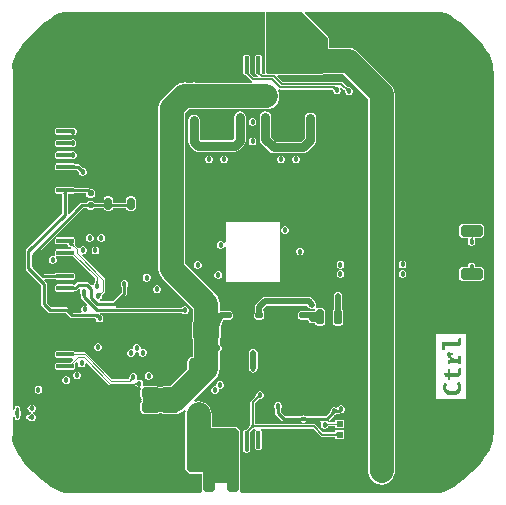
<source format=gtl>
G04*
G04 #@! TF.GenerationSoftware,Altium Limited,Altium Designer,22.0.2 (36)*
G04*
G04 Layer_Physical_Order=1*
G04 Layer_Color=255*
%FSLAX25Y25*%
%MOIN*%
G70*
G04*
G04 #@! TF.SameCoordinates,B24A499B-10B0-4348-9313-877DE5855C24*
G04*
G04*
G04 #@! TF.FilePolarity,Positive*
G04*
G01*
G75*
%ADD10C,0.01000*%
%ADD11C,0.00400*%
%ADD14C,0.00600*%
G04:AMPARAMS|DCode=16|XSize=20mil|YSize=20mil|CornerRadius=5mil|HoleSize=0mil|Usage=FLASHONLY|Rotation=0.000|XOffset=0mil|YOffset=0mil|HoleType=Round|Shape=RoundedRectangle|*
%AMROUNDEDRECTD16*
21,1,0.02000,0.01000,0,0,0.0*
21,1,0.01000,0.02000,0,0,0.0*
1,1,0.01000,0.00500,-0.00500*
1,1,0.01000,-0.00500,-0.00500*
1,1,0.01000,-0.00500,0.00500*
1,1,0.01000,0.00500,0.00500*
%
%ADD16ROUNDEDRECTD16*%
G04:AMPARAMS|DCode=17|XSize=23.62mil|YSize=39.37mil|CornerRadius=5.91mil|HoleSize=0mil|Usage=FLASHONLY|Rotation=180.000|XOffset=0mil|YOffset=0mil|HoleType=Round|Shape=RoundedRectangle|*
%AMROUNDEDRECTD17*
21,1,0.02362,0.02756,0,0,180.0*
21,1,0.01181,0.03937,0,0,180.0*
1,1,0.01181,-0.00591,0.01378*
1,1,0.01181,0.00591,0.01378*
1,1,0.01181,0.00591,-0.01378*
1,1,0.01181,-0.00591,-0.01378*
%
%ADD17ROUNDEDRECTD17*%
G04:AMPARAMS|DCode=18|XSize=39.37mil|YSize=59.06mil|CornerRadius=9.84mil|HoleSize=0mil|Usage=FLASHONLY|Rotation=270.000|XOffset=0mil|YOffset=0mil|HoleType=Round|Shape=RoundedRectangle|*
%AMROUNDEDRECTD18*
21,1,0.03937,0.03937,0,0,270.0*
21,1,0.01968,0.05906,0,0,270.0*
1,1,0.01968,-0.01968,-0.00984*
1,1,0.01968,-0.01968,0.00984*
1,1,0.01968,0.01968,0.00984*
1,1,0.01968,0.01968,-0.00984*
%
%ADD18ROUNDEDRECTD18*%
G04:AMPARAMS|DCode=19|XSize=15.75mil|YSize=59.06mil|CornerRadius=3.94mil|HoleSize=0mil|Usage=FLASHONLY|Rotation=90.000|XOffset=0mil|YOffset=0mil|HoleType=Round|Shape=RoundedRectangle|*
%AMROUNDEDRECTD19*
21,1,0.01575,0.05118,0,0,90.0*
21,1,0.00787,0.05906,0,0,90.0*
1,1,0.00787,0.02559,0.00394*
1,1,0.00787,0.02559,-0.00394*
1,1,0.00787,-0.02559,-0.00394*
1,1,0.00787,-0.02559,0.00394*
%
%ADD19ROUNDEDRECTD19*%
G04:AMPARAMS|DCode=20|XSize=40mil|YSize=60mil|CornerRadius=10mil|HoleSize=0mil|Usage=FLASHONLY|Rotation=180.000|XOffset=0mil|YOffset=0mil|HoleType=Round|Shape=RoundedRectangle|*
%AMROUNDEDRECTD20*
21,1,0.04000,0.04000,0,0,180.0*
21,1,0.02000,0.06000,0,0,180.0*
1,1,0.02000,-0.01000,0.02000*
1,1,0.02000,0.01000,0.02000*
1,1,0.02000,0.01000,-0.02000*
1,1,0.02000,-0.01000,-0.02000*
%
%ADD20ROUNDEDRECTD20*%
G04:AMPARAMS|DCode=21|XSize=16mil|YSize=16mil|CornerRadius=8mil|HoleSize=0mil|Usage=FLASHONLY|Rotation=270.000|XOffset=0mil|YOffset=0mil|HoleType=Round|Shape=RoundedRectangle|*
%AMROUNDEDRECTD21*
21,1,0.01600,0.00000,0,0,270.0*
21,1,0.00000,0.01600,0,0,270.0*
1,1,0.01600,0.00000,0.00000*
1,1,0.01600,0.00000,0.00000*
1,1,0.01600,0.00000,0.00000*
1,1,0.01600,0.00000,0.00000*
%
%ADD21ROUNDEDRECTD21*%
G04:AMPARAMS|DCode=22|XSize=39.37mil|YSize=59.06mil|CornerRadius=9.84mil|HoleSize=0mil|Usage=FLASHONLY|Rotation=0.000|XOffset=0mil|YOffset=0mil|HoleType=Round|Shape=RoundedRectangle|*
%AMROUNDEDRECTD22*
21,1,0.03937,0.03937,0,0,0.0*
21,1,0.01968,0.05906,0,0,0.0*
1,1,0.01968,0.00984,-0.01968*
1,1,0.01968,-0.00984,-0.01968*
1,1,0.01968,-0.00984,0.01968*
1,1,0.01968,0.00984,0.01968*
%
%ADD22ROUNDEDRECTD22*%
G04:AMPARAMS|DCode=23|XSize=15.75mil|YSize=59.06mil|CornerRadius=3.94mil|HoleSize=0mil|Usage=FLASHONLY|Rotation=180.000|XOffset=0mil|YOffset=0mil|HoleType=Round|Shape=RoundedRectangle|*
%AMROUNDEDRECTD23*
21,1,0.01575,0.05118,0,0,180.0*
21,1,0.00787,0.05906,0,0,180.0*
1,1,0.00787,-0.00394,0.02559*
1,1,0.00787,0.00394,0.02559*
1,1,0.00787,0.00394,-0.02559*
1,1,0.00787,-0.00394,-0.02559*
%
%ADD23ROUNDEDRECTD23*%
%ADD24R,0.01968X0.01968*%
G04:AMPARAMS|DCode=25|XSize=40mil|YSize=74mil|CornerRadius=10mil|HoleSize=0mil|Usage=FLASHONLY|Rotation=90.000|XOffset=0mil|YOffset=0mil|HoleType=Round|Shape=RoundedRectangle|*
%AMROUNDEDRECTD25*
21,1,0.04000,0.05400,0,0,90.0*
21,1,0.02000,0.07400,0,0,90.0*
1,1,0.02000,0.02700,0.01000*
1,1,0.02000,0.02700,-0.01000*
1,1,0.02000,-0.02700,-0.01000*
1,1,0.02000,-0.02700,0.01000*
%
%ADD25ROUNDEDRECTD25*%
G04:AMPARAMS|DCode=26|XSize=59.06mil|YSize=39.37mil|CornerRadius=9.84mil|HoleSize=0mil|Usage=FLASHONLY|Rotation=180.000|XOffset=0mil|YOffset=0mil|HoleType=Round|Shape=RoundedRectangle|*
%AMROUNDEDRECTD26*
21,1,0.05906,0.01968,0,0,180.0*
21,1,0.03937,0.03937,0,0,180.0*
1,1,0.01968,-0.01968,0.00984*
1,1,0.01968,0.01968,0.00984*
1,1,0.01968,0.01968,-0.00984*
1,1,0.01968,-0.01968,-0.00984*
%
%ADD26ROUNDEDRECTD26*%
G04:AMPARAMS|DCode=27|XSize=55mil|YSize=65mil|CornerRadius=13.75mil|HoleSize=0mil|Usage=FLASHONLY|Rotation=90.000|XOffset=0mil|YOffset=0mil|HoleType=Round|Shape=RoundedRectangle|*
%AMROUNDEDRECTD27*
21,1,0.05500,0.03750,0,0,90.0*
21,1,0.02750,0.06500,0,0,90.0*
1,1,0.02750,0.01875,0.01375*
1,1,0.02750,0.01875,-0.01375*
1,1,0.02750,-0.01875,-0.01375*
1,1,0.02750,-0.01875,0.01375*
%
%ADD27ROUNDEDRECTD27*%
G04:AMPARAMS|DCode=28|XSize=85.04mil|YSize=88.98mil|CornerRadius=21.26mil|HoleSize=0mil|Usage=FLASHONLY|Rotation=0.000|XOffset=0mil|YOffset=0mil|HoleType=Round|Shape=RoundedRectangle|*
%AMROUNDEDRECTD28*
21,1,0.08504,0.04646,0,0,0.0*
21,1,0.04252,0.08898,0,0,0.0*
1,1,0.04252,0.02126,-0.02323*
1,1,0.04252,-0.02126,-0.02323*
1,1,0.04252,-0.02126,0.02323*
1,1,0.04252,0.02126,0.02323*
%
%ADD28ROUNDEDRECTD28*%
G04:AMPARAMS|DCode=29|XSize=19.68mil|YSize=23.62mil|CornerRadius=4.92mil|HoleSize=0mil|Usage=FLASHONLY|Rotation=90.000|XOffset=0mil|YOffset=0mil|HoleType=Round|Shape=RoundedRectangle|*
%AMROUNDEDRECTD29*
21,1,0.01968,0.01378,0,0,90.0*
21,1,0.00984,0.02362,0,0,90.0*
1,1,0.00984,0.00689,0.00492*
1,1,0.00984,0.00689,-0.00492*
1,1,0.00984,-0.00689,-0.00492*
1,1,0.00984,-0.00689,0.00492*
%
%ADD29ROUNDEDRECTD29*%
G04:AMPARAMS|DCode=30|XSize=25mil|YSize=50mil|CornerRadius=6.25mil|HoleSize=0mil|Usage=FLASHONLY|Rotation=0.000|XOffset=0mil|YOffset=0mil|HoleType=Round|Shape=RoundedRectangle|*
%AMROUNDEDRECTD30*
21,1,0.02500,0.03750,0,0,0.0*
21,1,0.01250,0.05000,0,0,0.0*
1,1,0.01250,0.00625,-0.01875*
1,1,0.01250,-0.00625,-0.01875*
1,1,0.01250,-0.00625,0.01875*
1,1,0.01250,0.00625,0.01875*
%
%ADD30ROUNDEDRECTD30*%
%ADD50C,0.02000*%
%ADD51C,0.08000*%
%ADD52C,0.04000*%
%ADD53C,0.03000*%
%ADD54C,0.20000*%
%ADD55C,0.01800*%
%ADD56C,0.02362*%
G36*
X-61046Y80185D02*
X4011D01*
X4134Y80000D01*
Y79309D01*
X4073Y79000D01*
Y75000D01*
X4134Y74691D01*
Y59933D01*
X4135Y59931D01*
X3882Y59521D01*
X3523Y59523D01*
X3171Y59941D01*
Y65059D01*
X3110Y65369D01*
X2934Y65631D01*
X2672Y65807D01*
X2362Y65868D01*
X1575D01*
X1265Y65807D01*
X1003Y65631D01*
X827Y65369D01*
X766Y65059D01*
Y59941D01*
X827Y59631D01*
X1003Y59369D01*
X1265Y59193D01*
X1495Y59148D01*
X1556Y59119D01*
X1570Y59119D01*
X1745Y58914D01*
X1681Y58672D01*
X1448Y58414D01*
X524D01*
X-805Y59742D01*
X-766Y59941D01*
Y65059D01*
X-827Y65369D01*
X-1003Y65631D01*
X-1265Y65807D01*
X-1575Y65868D01*
X-2362D01*
X-2672Y65807D01*
X-2934Y65631D01*
X-3110Y65369D01*
X-3171Y65059D01*
Y59941D01*
X-3110Y59631D01*
X-2934Y59369D01*
X-2672Y59193D01*
X-2442Y59148D01*
X-2381Y59119D01*
X-2279Y59115D01*
X-2254Y59112D01*
X-2231Y59108D01*
X-2215Y59104D01*
X-2209Y59102D01*
X-2207Y59100D01*
X-2203Y59099D01*
X-2195Y59093D01*
X-2190Y59092D01*
X-2187Y59091D01*
X-2187D01*
X-2179Y59077D01*
X-2151Y59070D01*
X-277Y57195D01*
X-45Y57041D01*
X-32Y57038D01*
X-81Y56538D01*
X-18840D01*
X-19185Y56681D01*
X-19815D01*
X-20160Y56538D01*
X-21840D01*
X-22185Y56681D01*
X-22815D01*
X-23235Y56507D01*
X-24149Y56387D01*
X-25219Y55943D01*
X-26138Y55238D01*
X-30138Y51238D01*
X-30843Y50319D01*
X-31287Y49249D01*
X-31438Y48100D01*
Y-5400D01*
X-31287Y-6549D01*
X-30843Y-7619D01*
X-30138Y-8538D01*
X-19792Y-18884D01*
Y-22591D01*
X-19860Y-22692D01*
X-20056Y-23677D01*
Y-28323D01*
X-19860Y-29308D01*
X-19792Y-29409D01*
Y-34815D01*
X-19875D01*
X-20568Y-34953D01*
X-21155Y-35345D01*
X-21547Y-35932D01*
X-21685Y-36625D01*
Y-38908D01*
X-27381Y-44605D01*
X-29469D01*
X-30009Y-44712D01*
X-30084Y-44762D01*
X-31417D01*
X-31492Y-44712D01*
X-32032Y-44605D01*
X-35969D01*
X-36149Y-44640D01*
X-36500Y-44201D01*
X-36400Y-43959D01*
Y-43441D01*
X-36598Y-42964D01*
X-36964Y-42598D01*
X-37441Y-42400D01*
X-37959D01*
X-38109Y-42462D01*
X-38491Y-42080D01*
X-38400Y-41859D01*
Y-41341D01*
X-38598Y-40864D01*
X-38964Y-40498D01*
X-39441Y-40300D01*
X-39959D01*
X-40436Y-40498D01*
X-40802Y-40864D01*
X-41000Y-41341D01*
Y-41527D01*
X-41033Y-41604D01*
X-41034Y-41711D01*
X-41039Y-41799D01*
X-41048Y-41877D01*
X-41060Y-41945D01*
X-41074Y-42003D01*
X-41090Y-42051D01*
X-41105Y-42087D01*
X-41169Y-42151D01*
X-46931D01*
X-55541Y-33541D01*
X-56000Y-33351D01*
X-59183D01*
X-59193Y-33297D01*
X-59369Y-33034D01*
X-59631Y-32859D01*
X-59941Y-32797D01*
X-65059D01*
X-65369Y-32859D01*
X-65631Y-33034D01*
X-65807Y-33297D01*
X-65868Y-33606D01*
Y-34394D01*
X-65807Y-34703D01*
X-65631Y-34966D01*
X-65369Y-35141D01*
X-65059Y-35203D01*
X-60028D01*
X-59882Y-35412D01*
X-59804Y-35686D01*
X-60849Y-36731D01*
X-60883Y-36733D01*
X-60919Y-36733D01*
X-60921Y-36734D01*
X-65059D01*
X-65369Y-36796D01*
X-65631Y-36971D01*
X-65807Y-37234D01*
X-65868Y-37543D01*
Y-38331D01*
X-65807Y-38640D01*
X-65631Y-38903D01*
X-65369Y-39078D01*
X-65059Y-39140D01*
X-59941D01*
X-59631Y-39078D01*
X-59369Y-38903D01*
X-59193Y-38640D01*
X-59132Y-38331D01*
Y-37543D01*
X-59193Y-37234D01*
X-59322Y-37041D01*
X-58713Y-36431D01*
X-58289Y-36714D01*
X-58300Y-36741D01*
Y-37259D01*
X-58102Y-37736D01*
X-57736Y-38102D01*
X-57259Y-38300D01*
X-56741D01*
X-56264Y-38102D01*
X-55898Y-37736D01*
X-55700Y-37259D01*
Y-37057D01*
X-55200Y-36850D01*
X-47891Y-44159D01*
X-47431Y-44349D01*
X-39038D01*
X-39002Y-44364D01*
X-38957Y-44387D01*
X-38906Y-44418D01*
X-38854Y-44454D01*
X-38718Y-44569D01*
X-38645Y-44640D01*
X-38568Y-44671D01*
X-38436Y-44802D01*
X-37959Y-45000D01*
X-37556D01*
X-37332Y-45284D01*
X-37263Y-45462D01*
X-37273Y-45476D01*
X-37380Y-46016D01*
Y-47985D01*
X-37273Y-48525D01*
X-37002Y-48929D01*
X-37038Y-49200D01*
X-36991Y-49555D01*
X-37272Y-49975D01*
X-37380Y-50515D01*
Y-52484D01*
X-37272Y-53024D01*
X-36966Y-53482D01*
X-36508Y-53788D01*
X-35968Y-53895D01*
X-32031D01*
X-31491Y-53788D01*
X-31267Y-53638D01*
X-30233D01*
X-30008Y-53788D01*
X-29468Y-53895D01*
X-25531D01*
X-24991Y-53788D01*
X-24533Y-53482D01*
X-24531Y-53478D01*
X-23481Y-53043D01*
X-22640Y-52398D01*
X-22390Y-52520D01*
X-22223Y-52698D01*
X-22287Y-52851D01*
X-22438Y-54000D01*
Y-68000D01*
X-22433Y-68038D01*
Y-72236D01*
X-22306Y-72542D01*
X-21202Y-73647D01*
X-20896Y-73773D01*
X-16978D01*
Y-77000D01*
X-16927Y-77258D01*
Y-78969D01*
X-16820Y-79509D01*
X-16767Y-79587D01*
X-17034Y-80087D01*
X-60835D01*
X-61186Y-80157D01*
X-61210Y-80173D01*
X-62751Y-80052D01*
X-64413Y-79653D01*
X-65992Y-78999D01*
X-67204Y-78256D01*
X-67605Y-77962D01*
X-67605Y-77962D01*
X-67605Y-77962D01*
X-70086Y-76006D01*
X-73162Y-73162D01*
X-76006Y-70086D01*
X-77962Y-67605D01*
X-77962Y-67605D01*
X-77962Y-67605D01*
X-78256Y-67204D01*
X-78999Y-65992D01*
X-79653Y-64413D01*
X-80052Y-62751D01*
X-80153Y-61465D01*
X-80043Y-61300D01*
X-79973Y-60949D01*
Y-54834D01*
X-79963Y-54814D01*
X-79473Y-54557D01*
X-79399Y-54608D01*
X-79337Y-54704D01*
X-79334Y-54713D01*
X-79333Y-54794D01*
X-79318Y-54830D01*
Y-55000D01*
X-79248Y-55351D01*
X-79049Y-55649D01*
X-78751Y-55848D01*
X-78400Y-55918D01*
X-78049Y-55848D01*
X-77751Y-55649D01*
X-77552Y-55351D01*
X-77482Y-55000D01*
Y-54830D01*
X-77467Y-54794D01*
X-77466Y-54701D01*
X-77463Y-54627D01*
X-77450Y-54494D01*
X-77443Y-54454D01*
X-77436Y-54423D01*
X-77430Y-54407D01*
X-77422Y-54393D01*
X-77421Y-54386D01*
X-77420Y-54381D01*
X-77419Y-54372D01*
X-77417Y-54356D01*
X-77298Y-54236D01*
X-77100Y-53759D01*
Y-53241D01*
X-77298Y-52764D01*
X-77417Y-52644D01*
X-77419Y-52628D01*
X-77420Y-52619D01*
X-77421Y-52614D01*
X-77422Y-52607D01*
X-77430Y-52593D01*
X-77436Y-52577D01*
X-77443Y-52546D01*
X-77449Y-52510D01*
X-77466Y-52292D01*
X-77467Y-52206D01*
X-77482Y-52170D01*
Y-52000D01*
X-77552Y-51649D01*
X-77751Y-51351D01*
X-78049Y-51152D01*
X-78400Y-51082D01*
X-78751Y-51152D01*
X-79049Y-51351D01*
X-79248Y-51649D01*
X-79318Y-52000D01*
Y-52170D01*
X-79333Y-52206D01*
X-79334Y-52287D01*
X-79344Y-52314D01*
X-79416Y-52422D01*
X-79420Y-52426D01*
X-79473Y-52460D01*
X-79957Y-52196D01*
X-79973Y-52166D01*
Y61144D01*
X-80043Y61495D01*
X-80139Y61639D01*
X-80052Y62751D01*
X-79653Y64413D01*
X-78999Y65992D01*
X-78256Y67205D01*
X-77962Y67605D01*
X-77961Y67605D01*
X-77962Y67605D01*
X-76006Y70086D01*
X-73162Y73162D01*
X-70086Y76006D01*
X-67605Y77962D01*
X-67605Y77962D01*
X-67605Y77962D01*
X-67204Y78256D01*
X-65992Y78999D01*
X-64413Y79653D01*
X-62751Y80052D01*
X-61051Y80186D01*
X-61046Y80185D01*
D02*
G37*
G36*
X25000Y71500D02*
Y61500D01*
X23000Y59500D01*
X5000D01*
X4567Y59933D01*
Y80000D01*
X16500Y80000D01*
X25000Y71500D01*
D02*
G37*
G36*
X2637Y59663D02*
X2640Y59659D01*
X2645Y59651D01*
X2653Y59642D01*
X2692Y59598D01*
X2757Y59533D01*
X2016Y59425D01*
X1989Y59449D01*
X1958Y59470D01*
X1923Y59489D01*
X1885Y59506D01*
X1842Y59520D01*
X1796Y59531D01*
X1747Y59540D01*
X1693Y59547D01*
X1575Y59552D01*
X2637Y59666D01*
X2637Y59663D01*
D02*
G37*
G36*
X-1300D02*
X-1297Y59659D01*
X-1292Y59651D01*
X-1285Y59642D01*
X-1245Y59598D01*
X-1181Y59533D01*
X-1921Y59425D01*
X-1948Y59449D01*
X-1979Y59470D01*
X-2014Y59489D01*
X-2052Y59506D01*
X-2095Y59520D01*
X-2141Y59531D01*
X-2190Y59540D01*
X-2244Y59547D01*
X-2362Y59552D01*
X-1300Y59666D01*
X-1300Y59663D01*
D02*
G37*
G36*
X27395Y55134D02*
X27461Y55080D01*
X27529Y55034D01*
X27598Y54994D01*
X27669Y54961D01*
X27742Y54935D01*
X27816Y54916D01*
X27893Y54903D01*
X27970Y54897D01*
X28050Y54899D01*
X27201Y54050D01*
X27202Y54130D01*
X27197Y54207D01*
X27184Y54284D01*
X27165Y54358D01*
X27139Y54431D01*
X27106Y54502D01*
X27066Y54571D01*
X27020Y54639D01*
X26966Y54705D01*
X26906Y54770D01*
X27330Y55194D01*
X27395Y55134D01*
D02*
G37*
G36*
X31392Y54837D02*
X31456Y54787D01*
X31524Y54742D01*
X31595Y54704D01*
X31670Y54671D01*
X31747Y54645D01*
X31828Y54624D01*
X31913Y54610D01*
X32000Y54602D01*
X32091Y54600D01*
X31200Y53709D01*
X31198Y53800D01*
X31190Y53887D01*
X31176Y53971D01*
X31155Y54053D01*
X31129Y54130D01*
X31096Y54205D01*
X31058Y54276D01*
X31013Y54344D01*
X30963Y54408D01*
X30906Y54470D01*
X31330Y54894D01*
X31392Y54837D01*
D02*
G37*
G36*
X-9647Y-21707D02*
X-9887Y-21978D01*
X-10112Y-22296D01*
X-10323Y-22662D01*
X-10519Y-23076D01*
X-10701Y-23538D01*
X-10869Y-24047D01*
X-11160Y-25208D01*
X-11284Y-25861D01*
X-11394Y-26561D01*
X-15915Y-22039D01*
X-15215Y-21930D01*
X-13401Y-21514D01*
X-12892Y-21347D01*
X-12431Y-21165D01*
X-12017Y-20968D01*
X-11651Y-20758D01*
X-11332Y-20533D01*
X-11061Y-20293D01*
X-9647Y-21707D01*
D02*
G37*
G36*
X-59563Y-33640D02*
X-59560Y-33674D01*
X-59553Y-33703D01*
X-59544Y-33729D01*
X-59531Y-33751D01*
X-59517Y-33768D01*
X-59500Y-33782D01*
X-59480Y-33792D01*
X-59457Y-33798D01*
X-59432Y-33800D01*
Y-34200D01*
X-59457Y-34202D01*
X-59480Y-34208D01*
X-59500Y-34218D01*
X-59517Y-34232D01*
X-59531Y-34249D01*
X-59544Y-34271D01*
X-59553Y-34297D01*
X-59560Y-34326D01*
X-59563Y-34360D01*
X-59565Y-34398D01*
Y-33602D01*
X-59563Y-33640D01*
D02*
G37*
G36*
X-60005Y-37091D02*
X-60017Y-37111D01*
X-60020Y-37129D01*
X-60015Y-37144D01*
X-60002Y-37157D01*
X-59980Y-37169D01*
X-59951Y-37178D01*
X-59914Y-37184D01*
X-59869Y-37189D01*
X-59816Y-37191D01*
X-60920Y-37166D01*
X-60869Y-37166D01*
X-60776Y-37160D01*
X-60734Y-37154D01*
X-60695Y-37145D01*
X-60660Y-37134D01*
X-60628Y-37121D01*
X-60600Y-37106D01*
X-60574Y-37089D01*
X-60552Y-37069D01*
X-59986D01*
X-60005Y-37091D01*
D02*
G37*
G36*
X-39709Y-42500D02*
X-39826Y-42501D01*
X-40038Y-42519D01*
X-40134Y-42536D01*
X-40223Y-42558D01*
X-40305Y-42585D01*
X-40379Y-42617D01*
X-40447Y-42654D01*
X-40507Y-42696D01*
X-40561Y-42744D01*
X-40844Y-42461D01*
X-40796Y-42407D01*
X-40754Y-42347D01*
X-40717Y-42279D01*
X-40685Y-42205D01*
X-40658Y-42123D01*
X-40636Y-42034D01*
X-40619Y-41938D01*
X-40608Y-41836D01*
X-40601Y-41726D01*
X-40600Y-41609D01*
X-39709Y-42500D01*
D02*
G37*
G36*
X-38343Y-44330D02*
X-38426Y-44248D01*
X-38590Y-44111D01*
X-38669Y-44055D01*
X-38747Y-44008D01*
X-38824Y-43969D01*
X-38899Y-43939D01*
X-38974Y-43917D01*
X-39046Y-43904D01*
X-39118Y-43900D01*
Y-43500D01*
X-39046Y-43496D01*
X-38974Y-43483D01*
X-38899Y-43461D01*
X-38824Y-43431D01*
X-38747Y-43393D01*
X-38669Y-43345D01*
X-38590Y-43289D01*
X-38509Y-43225D01*
X-38426Y-43152D01*
X-38343Y-43070D01*
Y-44330D01*
D02*
G37*
G36*
X-77899Y-52311D02*
X-77879Y-52564D01*
X-77868Y-52632D01*
X-77853Y-52693D01*
X-77836Y-52746D01*
X-77817Y-52791D01*
X-77795Y-52828D01*
X-77770Y-52857D01*
X-79030D01*
X-79005Y-52828D01*
X-78983Y-52791D01*
X-78964Y-52746D01*
X-78947Y-52693D01*
X-78932Y-52632D01*
X-78921Y-52564D01*
X-78905Y-52403D01*
X-78901Y-52311D01*
X-78900Y-52212D01*
X-77900D01*
X-77899Y-52311D01*
D02*
G37*
G36*
X-77795Y-54172D02*
X-77817Y-54209D01*
X-77836Y-54254D01*
X-77853Y-54307D01*
X-77868Y-54368D01*
X-77879Y-54436D01*
X-77895Y-54597D01*
X-77899Y-54689D01*
X-77900Y-54788D01*
X-78900D01*
X-78901Y-54689D01*
X-78921Y-54436D01*
X-78932Y-54368D01*
X-78947Y-54307D01*
X-78964Y-54254D01*
X-78983Y-54209D01*
X-79005Y-54172D01*
X-79030Y-54143D01*
X-77770D01*
X-77795Y-54172D01*
D02*
G37*
G36*
X-4500Y-59500D02*
Y-65000D01*
Y-75500D01*
X-6000Y-77000D01*
X-15000Y-77000D01*
Y-73340D01*
X-20896D01*
X-22000Y-72236D01*
Y-69500D01*
Y-64000D01*
X-15000D01*
Y-58500D01*
X-5500D01*
X-4500Y-59500D01*
D02*
G37*
G36*
X61046Y80185D02*
Y80185D01*
X61531Y80148D01*
X62751Y80052D01*
X64413Y79653D01*
X65992Y78999D01*
X67205Y78256D01*
X67605Y77962D01*
X67605Y77962D01*
X67605Y77962D01*
X70086Y76006D01*
X73162Y73162D01*
X76006Y70086D01*
X77962Y67605D01*
X77962Y67605D01*
X77962Y67605D01*
X78256Y67204D01*
X78999Y65992D01*
X79653Y64413D01*
X80052Y62751D01*
X80148Y61531D01*
X80185Y61046D01*
X80255Y60695D01*
X80317Y60601D01*
X80396Y60483D01*
Y-60483D01*
X80255Y-60695D01*
X80185Y-61046D01*
X80148Y-61531D01*
X80052Y-62751D01*
X79653Y-64413D01*
X78999Y-65992D01*
X78256Y-67205D01*
X77962Y-67605D01*
X77962Y-67605D01*
X77962Y-67605D01*
X76006Y-70086D01*
X73162Y-73162D01*
X70086Y-76006D01*
X67605Y-77962D01*
X67605Y-77962D01*
X67605Y-77962D01*
X67204Y-78256D01*
X65992Y-78999D01*
X64413Y-79653D01*
X62751Y-80052D01*
X61554Y-80146D01*
X61258Y-80087D01*
X-3941D01*
X-4209Y-79587D01*
X-4181Y-79546D01*
X-4073Y-79000D01*
Y-75513D01*
X-4067Y-75500D01*
Y-65000D01*
Y-59500D01*
X-4194Y-59194D01*
X-5194Y-58194D01*
X-5500Y-58067D01*
X-13562D01*
Y-54000D01*
X-13713Y-52851D01*
X-14157Y-51781D01*
X-14862Y-50862D01*
X-15781Y-50157D01*
X-16851Y-49713D01*
X-18000Y-49562D01*
X-19149Y-49713D01*
X-19287Y-49771D01*
X-19571Y-49347D01*
X-12216Y-41993D01*
X-11511Y-41073D01*
X-11068Y-40003D01*
X-10916Y-38854D01*
Y-33065D01*
X-10764Y-33002D01*
X-10398Y-32636D01*
X-10200Y-32159D01*
Y-31641D01*
X-10398Y-31164D01*
X-10764Y-30798D01*
X-10916Y-30735D01*
Y-29409D01*
X-10849Y-29308D01*
X-10653Y-28323D01*
Y-24966D01*
X-10452Y-24167D01*
X-10294Y-23685D01*
X-10122Y-23248D01*
X-9939Y-22863D01*
X-9747Y-22530D01*
X-9675Y-22427D01*
X-8234D01*
X-8105Y-22402D01*
X-7545D01*
X-7197Y-22332D01*
X-6902Y-22135D01*
X-6705Y-21840D01*
X-6635Y-21492D01*
Y-20508D01*
X-6705Y-20160D01*
X-6902Y-19865D01*
X-7197Y-19668D01*
X-7545Y-19598D01*
X-8105D01*
X-8234Y-19573D01*
X-10354D01*
X-10354Y-19573D01*
X-10416Y-19585D01*
X-10916Y-19175D01*
Y-17046D01*
X-11068Y-15897D01*
X-11511Y-14827D01*
X-12216Y-13907D01*
X-22562Y-3562D01*
Y46262D01*
X-21162Y47662D01*
X4500D01*
X5649Y47813D01*
X6719Y48257D01*
X7638Y48962D01*
X8343Y49881D01*
X8787Y50951D01*
X8938Y52100D01*
X8787Y53249D01*
X8399Y54184D01*
X8795Y54495D01*
X9027Y54341D01*
X9300Y54286D01*
X26339D01*
X26549Y54174D01*
X26768Y54050D01*
X26800Y53974D01*
Y53741D01*
X26998Y53264D01*
X27364Y52898D01*
X27841Y52700D01*
X28359D01*
X28836Y52898D01*
X29202Y53264D01*
X29400Y53741D01*
Y54259D01*
X29265Y54583D01*
X29426Y55035D01*
X29505Y55141D01*
X29626Y55165D01*
X30572Y54218D01*
X30588Y54176D01*
X30633Y54128D01*
X30661Y54091D01*
X30686Y54054D01*
X30707Y54015D01*
X30725Y53974D01*
X30740Y53930D01*
X30751Y53883D01*
X30760Y53831D01*
X30765Y53774D01*
X30767Y53699D01*
X30800Y53625D01*
Y53441D01*
X30998Y52964D01*
X31364Y52598D01*
X31841Y52400D01*
X32359D01*
X32836Y52598D01*
X33202Y52964D01*
X33400Y53441D01*
Y53959D01*
X33202Y54436D01*
X32836Y54802D01*
X32359Y55000D01*
X32175D01*
X32101Y55033D01*
X32026Y55035D01*
X31969Y55040D01*
X31917Y55049D01*
X31870Y55060D01*
X31826Y55075D01*
X31785Y55093D01*
X31746Y55114D01*
X31709Y55139D01*
X31672Y55167D01*
X31624Y55212D01*
X31582Y55228D01*
X30146Y56663D01*
X29915Y56818D01*
X29641Y56872D01*
X10037D01*
X8304Y58605D01*
X8496Y59067D01*
X23000D01*
X23306Y59194D01*
X23474Y59362D01*
X30162D01*
X38562Y50962D01*
Y-66340D01*
X38419Y-66685D01*
Y-67314D01*
X38562Y-67660D01*
Y-69340D01*
X38419Y-69686D01*
Y-70315D01*
X38562Y-70660D01*
Y-72340D01*
X38419Y-72685D01*
Y-73314D01*
X38660Y-73896D01*
X38683Y-73919D01*
X38713Y-74149D01*
X39157Y-75219D01*
X39862Y-76138D01*
X40781Y-76843D01*
X41851Y-77287D01*
X43000Y-77438D01*
X44149Y-77287D01*
X45219Y-76843D01*
X46138Y-76138D01*
X46843Y-75219D01*
X47287Y-74149D01*
X47317Y-73919D01*
X47340Y-73896D01*
X47581Y-73314D01*
Y-72685D01*
X47438Y-72340D01*
Y-70660D01*
X47581Y-70315D01*
Y-69686D01*
X47438Y-69340D01*
Y-67660D01*
X47581Y-67314D01*
Y-66685D01*
X47438Y-66340D01*
Y52800D01*
X47438Y52800D01*
X47287Y53949D01*
X46843Y55019D01*
X46138Y55938D01*
X35138Y66938D01*
X34219Y67643D01*
X33149Y68087D01*
X32000Y68238D01*
X25433D01*
Y71500D01*
X25306Y71806D01*
X17390Y79723D01*
X17581Y80185D01*
X60553D01*
X61046Y80185D01*
D02*
G37*
%LPC*%
G36*
X-59641Y41600D02*
X-60159D01*
X-60214Y41577D01*
X-65059D01*
X-65369Y41515D01*
X-65631Y41340D01*
X-65807Y41077D01*
X-65868Y40768D01*
Y39980D01*
X-65807Y39671D01*
X-65631Y39408D01*
X-65369Y39233D01*
X-65059Y39171D01*
X-60572D01*
X-60159Y39000D01*
X-59641D01*
X-59164Y39198D01*
X-58798Y39564D01*
X-58600Y40041D01*
Y40559D01*
X-58798Y41036D01*
X-59164Y41402D01*
X-59641Y41600D01*
D02*
G37*
G36*
X-59741Y37700D02*
X-60259D01*
X-60404Y37640D01*
X-65059D01*
X-65369Y37578D01*
X-65631Y37403D01*
X-65807Y37140D01*
X-65868Y36831D01*
Y36043D01*
X-65807Y35734D01*
X-65631Y35471D01*
X-65369Y35296D01*
X-65059Y35234D01*
X-60582D01*
X-60259Y35100D01*
X-59741D01*
X-59264Y35298D01*
X-58898Y35664D01*
X-58700Y36141D01*
Y36659D01*
X-58898Y37136D01*
X-59264Y37502D01*
X-59741Y37700D01*
D02*
G37*
G36*
X-59641Y33800D02*
X-60159D01*
X-60393Y33703D01*
X-65059D01*
X-65369Y33641D01*
X-65631Y33466D01*
X-65807Y33203D01*
X-65868Y32894D01*
Y32106D01*
X-65807Y31797D01*
X-65631Y31534D01*
X-65369Y31359D01*
X-65059Y31297D01*
X-60393D01*
X-60159Y31200D01*
X-59641D01*
X-59164Y31398D01*
X-58798Y31764D01*
X-58600Y32241D01*
Y32759D01*
X-58798Y33236D01*
X-59164Y33602D01*
X-59641Y33800D01*
D02*
G37*
G36*
X-59941Y29766D02*
X-65059D01*
X-65369Y29704D01*
X-65631Y29529D01*
X-65807Y29266D01*
X-65868Y28957D01*
Y28169D01*
X-65807Y27860D01*
X-65631Y27597D01*
X-65369Y27422D01*
X-65059Y27360D01*
X-59941D01*
X-59631Y27422D01*
X-59369Y27597D01*
X-59348Y27628D01*
X-59315Y27630D01*
X-59270Y27630D01*
X-59233Y27645D01*
X-58643D01*
X-58189Y27191D01*
X-58175Y27155D01*
X-58109Y27088D01*
X-58060Y27034D01*
X-57975Y26931D01*
X-57951Y26898D01*
X-57935Y26871D01*
X-57927Y26856D01*
X-57923Y26840D01*
X-57918Y26834D01*
X-57917Y26830D01*
X-57910Y26823D01*
X-57900Y26810D01*
Y26641D01*
X-57702Y26164D01*
X-57336Y25798D01*
X-56859Y25600D01*
X-56341D01*
X-55864Y25798D01*
X-55498Y26164D01*
X-55300Y26641D01*
Y27159D01*
X-55498Y27636D01*
X-55864Y28002D01*
X-56341Y28200D01*
X-56510D01*
X-56523Y28210D01*
X-56530Y28217D01*
X-56534Y28218D01*
X-56540Y28223D01*
X-56556Y28227D01*
X-56571Y28235D01*
X-56598Y28251D01*
X-56627Y28272D01*
X-56794Y28415D01*
X-56855Y28475D01*
X-56891Y28489D01*
X-57614Y29212D01*
X-57912Y29411D01*
X-58263Y29481D01*
X-59231D01*
X-59266Y29496D01*
X-59347Y29497D01*
X-59369Y29529D01*
X-59631Y29704D01*
X-59941Y29766D01*
D02*
G37*
G36*
Y21892D02*
X-65059D01*
X-65369Y21830D01*
X-65631Y21655D01*
X-65807Y21392D01*
X-65868Y21083D01*
Y20295D01*
X-65807Y19986D01*
X-65631Y19723D01*
X-65369Y19548D01*
X-65059Y19486D01*
X-63516D01*
X-63514Y19485D01*
X-63436Y19483D01*
X-63418Y19481D01*
Y12980D01*
X-75349Y1049D01*
X-75548Y751D01*
X-75618Y400D01*
Y-5300D01*
X-75548Y-5651D01*
X-75349Y-5949D01*
X-70418Y-10880D01*
Y-17100D01*
X-70348Y-17451D01*
X-70149Y-17749D01*
X-68049Y-19849D01*
X-67751Y-20048D01*
X-67400Y-20118D01*
X-62380D01*
X-60849Y-21649D01*
X-60551Y-21848D01*
X-60200Y-21918D01*
X-52413D01*
X-52364Y-21975D01*
X-52338Y-22009D01*
X-52321Y-22035D01*
X-52317Y-22041D01*
X-52316Y-22042D01*
X-52315Y-22044D01*
X-52314Y-22046D01*
X-52305Y-22065D01*
X-52300Y-22070D01*
Y-22259D01*
X-52102Y-22736D01*
X-51736Y-23102D01*
X-51259Y-23300D01*
X-50741D01*
X-50264Y-23102D01*
X-49898Y-22736D01*
X-49700Y-22259D01*
Y-21741D01*
X-49898Y-21264D01*
X-50264Y-20898D01*
X-50741Y-20700D01*
X-50699Y-20218D01*
X-23830D01*
X-23794Y-20233D01*
X-23701Y-20234D01*
X-23627Y-20237D01*
X-23494Y-20250D01*
X-23454Y-20257D01*
X-23423Y-20264D01*
X-23407Y-20269D01*
X-23393Y-20278D01*
X-23386Y-20279D01*
X-23381Y-20280D01*
X-23372Y-20281D01*
X-23356Y-20283D01*
X-23236Y-20402D01*
X-22759Y-20600D01*
X-22241D01*
X-21764Y-20402D01*
X-21398Y-20036D01*
X-21200Y-19559D01*
Y-19041D01*
X-21398Y-18564D01*
X-21764Y-18198D01*
X-22241Y-18000D01*
X-22759D01*
X-23236Y-18198D01*
X-23356Y-18317D01*
X-23372Y-18319D01*
X-23381Y-18319D01*
X-23386Y-18321D01*
X-23393Y-18323D01*
X-23407Y-18330D01*
X-23423Y-18336D01*
X-23454Y-18343D01*
X-23490Y-18349D01*
X-23708Y-18366D01*
X-23794Y-18367D01*
X-23830Y-18382D01*
X-45566D01*
X-45651Y-17882D01*
X-45451Y-17749D01*
X-42051Y-14349D01*
X-41852Y-14051D01*
X-41782Y-13700D01*
Y-11930D01*
X-41767Y-11894D01*
X-41766Y-11801D01*
X-41763Y-11727D01*
X-41750Y-11594D01*
X-41743Y-11554D01*
X-41736Y-11523D01*
X-41730Y-11507D01*
X-41722Y-11493D01*
X-41721Y-11486D01*
X-41719Y-11481D01*
X-41719Y-11472D01*
X-41717Y-11456D01*
X-41598Y-11336D01*
X-41400Y-10859D01*
Y-10341D01*
X-41598Y-9864D01*
X-41964Y-9498D01*
X-42441Y-9300D01*
X-42959D01*
X-43436Y-9498D01*
X-43802Y-9864D01*
X-44000Y-10341D01*
Y-10859D01*
X-43802Y-11336D01*
X-43683Y-11456D01*
X-43681Y-11472D01*
X-43681Y-11481D01*
X-43679Y-11486D01*
X-43678Y-11493D01*
X-43670Y-11507D01*
X-43664Y-11523D01*
X-43657Y-11554D01*
X-43651Y-11590D01*
X-43634Y-11808D01*
X-43633Y-11894D01*
X-43618Y-11930D01*
Y-13320D01*
X-46480Y-16182D01*
X-50758D01*
X-50857Y-15682D01*
X-50664Y-15602D01*
X-50298Y-15236D01*
X-50100Y-14759D01*
Y-14573D01*
X-50067Y-14496D01*
X-50066Y-14389D01*
X-50061Y-14301D01*
X-50052Y-14223D01*
X-50040Y-14155D01*
X-50026Y-14097D01*
X-50010Y-14049D01*
X-49995Y-14013D01*
X-49241Y-13259D01*
X-49051Y-12800D01*
Y-9100D01*
X-49241Y-8641D01*
X-56798Y-1084D01*
X-56574Y-600D01*
X-56241D01*
X-55764Y-402D01*
X-55398Y-36D01*
X-55200Y441D01*
Y959D01*
X-55398Y1436D01*
X-55764Y1802D01*
X-56241Y2000D01*
X-56759D01*
X-57236Y1802D01*
X-57523Y1516D01*
X-57850Y1480D01*
X-58107Y1525D01*
X-59095Y2513D01*
X-59110Y2549D01*
X-59126Y2597D01*
X-59140Y2655D01*
X-59151Y2717D01*
X-59166Y2895D01*
X-59167Y2996D01*
X-59200Y3073D01*
Y3161D01*
X-59193Y3171D01*
X-59132Y3480D01*
Y4268D01*
X-59193Y4577D01*
X-59369Y4840D01*
X-59631Y5015D01*
X-59941Y5077D01*
X-65059D01*
X-65369Y5015D01*
X-65631Y4840D01*
X-65807Y4577D01*
X-65868Y4268D01*
Y3480D01*
X-65807Y3171D01*
X-65631Y2908D01*
X-65369Y2733D01*
X-65059Y2671D01*
X-61771D01*
X-61602Y2264D01*
X-61236Y1898D01*
X-60759Y1700D01*
X-60573D01*
X-60496Y1667D01*
X-60473Y1640D01*
X-60637Y1214D01*
X-60660Y1191D01*
X-60737Y1144D01*
X-60750Y1140D01*
X-65059D01*
X-65369Y1078D01*
X-65631Y903D01*
X-65807Y640D01*
X-65868Y331D01*
Y-457D01*
X-65807Y-766D01*
X-65719Y-898D01*
X-65702Y-924D01*
X-65987Y-1347D01*
X-66013Y-1336D01*
X-66341Y-1200D01*
X-66859D01*
X-67336Y-1398D01*
X-67702Y-1764D01*
X-67900Y-2241D01*
Y-2759D01*
X-67702Y-3236D01*
X-67336Y-3602D01*
X-66859Y-3800D01*
X-66341D01*
X-65864Y-3602D01*
X-65498Y-3236D01*
X-65300Y-2759D01*
Y-2241D01*
X-65498Y-1764D01*
X-65610Y-1651D01*
X-65614Y-1647D01*
X-65377Y-1230D01*
X-65345Y-1209D01*
X-65297Y-1219D01*
X-65059Y-1266D01*
X-59941D01*
X-59867Y-1251D01*
X-52549Y-8569D01*
Y-9762D01*
X-52564Y-9798D01*
X-52587Y-9843D01*
X-52618Y-9894D01*
X-52654Y-9946D01*
X-52769Y-10082D01*
X-52840Y-10155D01*
X-52871Y-10232D01*
X-53002Y-10364D01*
X-53200Y-10841D01*
X-53700Y-11002D01*
X-54651Y-10051D01*
X-54949Y-9852D01*
X-55300Y-9782D01*
X-58000D01*
X-58351Y-9852D01*
X-58649Y-10051D01*
X-59451Y-10853D01*
X-59631Y-10733D01*
X-59941Y-10671D01*
X-65059D01*
X-65369Y-10733D01*
X-65631Y-10908D01*
X-65807Y-11171D01*
X-65868Y-11480D01*
Y-12268D01*
X-65807Y-12577D01*
X-65631Y-12840D01*
X-65369Y-13015D01*
X-65059Y-13077D01*
X-59941D01*
X-59631Y-13015D01*
X-59369Y-12840D01*
X-59348Y-12809D01*
X-59315Y-12807D01*
X-59270Y-12807D01*
X-59233Y-12792D01*
X-59174D01*
X-58823Y-12722D01*
X-58525Y-12523D01*
X-57794Y-11792D01*
X-57576Y-11830D01*
X-57402Y-12364D01*
X-57600Y-12841D01*
Y-13359D01*
X-57402Y-13836D01*
X-57283Y-13956D01*
X-57281Y-13972D01*
X-57280Y-13981D01*
X-57279Y-13986D01*
X-57278Y-13993D01*
X-57270Y-14007D01*
X-57264Y-14023D01*
X-57257Y-14054D01*
X-57251Y-14089D01*
X-57234Y-14308D01*
X-57233Y-14394D01*
X-57218Y-14430D01*
Y-14800D01*
X-57148Y-15151D01*
X-56949Y-15449D01*
X-55009Y-17389D01*
X-55292Y-17812D01*
X-55526Y-17716D01*
X-56043D01*
X-56521Y-17914D01*
X-56886Y-18279D01*
X-57084Y-18757D01*
Y-19274D01*
X-56957Y-19582D01*
X-57209Y-20082D01*
X-59820D01*
X-61351Y-18551D01*
X-61649Y-18352D01*
X-62000Y-18282D01*
X-67020D01*
X-68582Y-16720D01*
Y-10500D01*
X-68652Y-10149D01*
X-68851Y-9851D01*
X-69386Y-9317D01*
X-69194Y-8855D01*
X-65769D01*
X-65734Y-8870D01*
X-65653Y-8871D01*
X-65631Y-8903D01*
X-65369Y-9078D01*
X-65059Y-9140D01*
X-59941D01*
X-59631Y-9078D01*
X-59369Y-8903D01*
X-59193Y-8640D01*
X-59132Y-8331D01*
Y-7543D01*
X-59193Y-7234D01*
X-59369Y-6971D01*
X-59631Y-6796D01*
X-59941Y-6734D01*
X-65059D01*
X-65369Y-6796D01*
X-65631Y-6971D01*
X-65652Y-7002D01*
X-65685Y-7004D01*
X-65730Y-7004D01*
X-65767Y-7019D01*
X-69583D01*
X-72382Y-4220D01*
Y-1080D01*
X-56520Y14782D01*
X-55345D01*
X-55312Y14767D01*
X-55293Y14767D01*
X-55291Y14763D01*
X-55266Y14703D01*
X-55245Y14695D01*
X-55149Y14551D01*
X-54851Y14352D01*
X-54500Y14282D01*
X-53500D01*
X-53149Y14352D01*
X-52851Y14551D01*
X-52755Y14695D01*
X-52734Y14703D01*
X-52709Y14763D01*
X-52707Y14767D01*
X-52688Y14767D01*
X-52655Y14782D01*
X-49614D01*
X-49600Y14712D01*
X-49598Y14677D01*
X-49590Y14660D01*
X-49564Y14530D01*
X-49345Y14202D01*
X-49017Y13984D01*
X-48631Y13907D01*
X-47450D01*
X-47063Y13984D01*
X-46736Y14202D01*
X-46516Y14530D01*
X-46491Y14660D01*
X-46482Y14677D01*
X-46480Y14712D01*
X-46466Y14782D01*
X-42134D01*
X-42120Y14712D01*
X-42118Y14677D01*
X-42109Y14660D01*
X-42083Y14530D01*
X-41865Y14202D01*
X-41537Y13984D01*
X-41150Y13907D01*
X-39969D01*
X-39583Y13984D01*
X-39255Y14202D01*
X-39036Y14530D01*
X-38959Y14917D01*
Y17672D01*
X-39036Y18059D01*
X-39255Y18387D01*
X-39583Y18606D01*
X-39969Y18682D01*
X-41150D01*
X-41537Y18606D01*
X-41865Y18387D01*
X-42083Y18059D01*
X-42160Y17672D01*
Y16707D01*
X-42161Y16705D01*
X-42162Y16628D01*
X-42163Y16618D01*
X-46437D01*
X-46438Y16628D01*
X-46439Y16705D01*
X-46440Y16707D01*
Y17672D01*
X-46516Y18059D01*
X-46736Y18387D01*
X-47063Y18606D01*
X-47450Y18682D01*
X-48631D01*
X-49017Y18606D01*
X-49345Y18387D01*
X-49564Y18059D01*
X-49641Y17672D01*
Y16707D01*
X-49641Y16705D01*
X-49643Y16628D01*
X-49643Y16618D01*
X-52655D01*
X-52688Y16633D01*
X-52707Y16633D01*
X-52709Y16637D01*
X-52734Y16697D01*
X-52755Y16705D01*
X-52851Y16849D01*
X-53149Y17048D01*
X-53500Y17118D01*
X-54500D01*
X-54851Y17048D01*
X-55149Y16849D01*
X-55245Y16705D01*
X-55266Y16697D01*
X-55291Y16637D01*
X-55293Y16633D01*
X-55312Y16633D01*
X-55345Y16618D01*
X-56900D01*
X-57251Y16548D01*
X-57549Y16349D01*
X-61082Y12815D01*
X-61582Y13023D01*
Y19481D01*
X-61564Y19483D01*
X-61486Y19485D01*
X-61484Y19486D01*
X-59941D01*
X-59631Y19548D01*
X-59369Y19723D01*
X-59348Y19754D01*
X-59315Y19756D01*
X-59270Y19756D01*
X-59233Y19771D01*
X-55418D01*
Y19200D01*
X-55348Y18849D01*
X-55149Y18551D01*
X-54851Y18352D01*
X-54500Y18282D01*
X-53500D01*
X-53149Y18352D01*
X-52851Y18551D01*
X-52652Y18849D01*
X-52582Y19200D01*
Y20200D01*
X-52652Y20551D01*
X-52851Y20849D01*
X-53149Y21048D01*
X-53500Y21118D01*
X-54120D01*
X-54340Y21338D01*
X-54638Y21537D01*
X-54989Y21607D01*
X-59231D01*
X-59266Y21622D01*
X-59347Y21623D01*
X-59369Y21655D01*
X-59631Y21830D01*
X-59941Y21892D01*
D02*
G37*
G36*
X-50141Y6100D02*
X-50659D01*
X-51136Y5902D01*
X-51502Y5536D01*
X-51700Y5059D01*
Y4541D01*
X-51502Y4064D01*
X-51136Y3698D01*
X-50659Y3500D01*
X-50141D01*
X-49664Y3698D01*
X-49298Y4064D01*
X-49100Y4541D01*
Y5059D01*
X-49298Y5536D01*
X-49664Y5902D01*
X-50141Y6100D01*
D02*
G37*
G36*
X-54041D02*
X-54559D01*
X-55036Y5902D01*
X-55402Y5536D01*
X-55600Y5059D01*
Y4541D01*
X-55402Y4064D01*
X-55036Y3698D01*
X-54559Y3500D01*
X-54041D01*
X-53564Y3698D01*
X-53198Y4064D01*
X-53000Y4541D01*
Y5059D01*
X-53198Y5536D01*
X-53564Y5902D01*
X-54041Y6100D01*
D02*
G37*
G36*
X-52100Y1958D02*
X-52617D01*
X-53095Y1760D01*
X-53460Y1395D01*
X-53658Y917D01*
Y400D01*
X-53460Y-78D01*
X-53095Y-444D01*
X-52617Y-642D01*
X-52100D01*
X-51622Y-444D01*
X-51256Y-78D01*
X-51058Y400D01*
Y917D01*
X-51256Y1395D01*
X-51622Y1760D01*
X-52100Y1958D01*
D02*
G37*
G36*
X-35041Y-7100D02*
X-35559D01*
X-36036Y-7298D01*
X-36402Y-7664D01*
X-36600Y-8141D01*
Y-8659D01*
X-36402Y-9136D01*
X-36036Y-9502D01*
X-35559Y-9700D01*
X-35041D01*
X-34564Y-9502D01*
X-34198Y-9136D01*
X-34000Y-8659D01*
Y-8141D01*
X-34198Y-7664D01*
X-34564Y-7298D01*
X-35041Y-7100D01*
D02*
G37*
G36*
X-31541Y-11000D02*
X-32059D01*
X-32536Y-11198D01*
X-32902Y-11564D01*
X-33100Y-12041D01*
Y-12559D01*
X-32902Y-13036D01*
X-32536Y-13402D01*
X-32059Y-13600D01*
X-31541D01*
X-31064Y-13402D01*
X-30698Y-13036D01*
X-30500Y-12559D01*
Y-12041D01*
X-30698Y-11564D01*
X-31064Y-11198D01*
X-31541Y-11000D01*
D02*
G37*
G36*
X-51241Y-30300D02*
X-51759D01*
X-52236Y-30498D01*
X-52602Y-30864D01*
X-52800Y-31341D01*
Y-31859D01*
X-52602Y-32336D01*
X-52236Y-32702D01*
X-51759Y-32900D01*
X-51241D01*
X-50764Y-32702D01*
X-50398Y-32336D01*
X-50200Y-31859D01*
Y-31341D01*
X-50398Y-30864D01*
X-50764Y-30498D01*
X-51241Y-30300D01*
D02*
G37*
G36*
X-38341Y-30500D02*
X-38859D01*
X-39336Y-30698D01*
X-39702Y-31064D01*
X-39900Y-31541D01*
Y-31872D01*
X-40234Y-32199D01*
X-40361Y-32253D01*
X-40806D01*
X-41284Y-32451D01*
X-41649Y-32816D01*
X-41847Y-33294D01*
Y-33811D01*
X-41649Y-34289D01*
X-41284Y-34655D01*
X-40806Y-34853D01*
X-40289D01*
X-39811Y-34655D01*
X-39445Y-34289D01*
X-39247Y-33811D01*
Y-33480D01*
X-38913Y-33153D01*
X-38787Y-33100D01*
X-38362D01*
X-38339Y-33102D01*
X-37900Y-33458D01*
Y-33659D01*
X-37702Y-34136D01*
X-37336Y-34502D01*
X-36859Y-34700D01*
X-36341D01*
X-35864Y-34502D01*
X-35498Y-34136D01*
X-35300Y-33659D01*
Y-33141D01*
X-35498Y-32664D01*
X-35864Y-32298D01*
X-36341Y-32100D01*
X-36838D01*
X-36861Y-32098D01*
X-37300Y-31742D01*
Y-31541D01*
X-37498Y-31064D01*
X-37864Y-30698D01*
X-38341Y-30500D01*
D02*
G37*
G36*
X-58241Y-39700D02*
X-58759D01*
X-59236Y-39898D01*
X-59602Y-40264D01*
X-59800Y-40741D01*
Y-41259D01*
X-59602Y-41736D01*
X-59236Y-42102D01*
X-58759Y-42300D01*
X-58241D01*
X-57764Y-42102D01*
X-57398Y-41736D01*
X-57200Y-41259D01*
Y-40741D01*
X-57398Y-40264D01*
X-57764Y-39898D01*
X-58241Y-39700D01*
D02*
G37*
G36*
X-34362Y-39900D02*
X-34879D01*
X-35357Y-40098D01*
X-35723Y-40464D01*
X-35921Y-40941D01*
Y-41459D01*
X-35723Y-41936D01*
X-35357Y-42302D01*
X-34879Y-42500D01*
X-34362D01*
X-33884Y-42302D01*
X-33518Y-41936D01*
X-33321Y-41459D01*
Y-40941D01*
X-33518Y-40464D01*
X-33884Y-40098D01*
X-34362Y-39900D01*
D02*
G37*
G36*
X-61841Y-41300D02*
X-62359D01*
X-62836Y-41498D01*
X-63202Y-41864D01*
X-63400Y-42341D01*
Y-42859D01*
X-63202Y-43336D01*
X-62836Y-43702D01*
X-62359Y-43900D01*
X-61841D01*
X-61364Y-43702D01*
X-60998Y-43336D01*
X-60800Y-42859D01*
Y-42341D01*
X-60998Y-41864D01*
X-61364Y-41498D01*
X-61841Y-41300D01*
D02*
G37*
G36*
X-71108Y-44434D02*
X-71625D01*
X-72103Y-44631D01*
X-72469Y-44997D01*
X-72666Y-45475D01*
Y-45992D01*
X-72469Y-46470D01*
X-72103Y-46836D01*
X-71625Y-47034D01*
X-71108D01*
X-70630Y-46836D01*
X-70264Y-46470D01*
X-70066Y-45992D01*
Y-45475D01*
X-70264Y-44997D01*
X-70630Y-44631D01*
X-71108Y-44434D01*
D02*
G37*
G36*
X-73241Y-50700D02*
X-73759D01*
X-74236Y-50898D01*
X-74602Y-51264D01*
X-74667Y-51420D01*
X-74959Y-51541D01*
X-75149Y-52000D01*
X-74959Y-52459D01*
X-74667Y-52580D01*
X-74602Y-52736D01*
X-74236Y-53102D01*
X-73908Y-53238D01*
Y-53762D01*
X-74236Y-53898D01*
X-74419Y-54080D01*
X-74492Y-54110D01*
X-74496Y-54121D01*
X-74506Y-54126D01*
X-74563Y-54189D01*
X-74609Y-54233D01*
X-74652Y-54270D01*
X-74694Y-54299D01*
X-74732Y-54322D01*
X-74767Y-54339D01*
X-74799Y-54351D01*
X-74900D01*
X-75359Y-54541D01*
X-75549Y-55000D01*
X-75359Y-55459D01*
X-74900Y-55649D01*
X-74799D01*
X-74767Y-55661D01*
X-74732Y-55678D01*
X-74694Y-55701D01*
X-74652Y-55730D01*
X-74609Y-55767D01*
X-74563Y-55811D01*
X-74506Y-55874D01*
X-74496Y-55879D01*
X-74492Y-55889D01*
X-74419Y-55919D01*
X-74236Y-56102D01*
X-73759Y-56300D01*
X-73241D01*
X-72764Y-56102D01*
X-72398Y-55736D01*
X-72200Y-55259D01*
Y-54741D01*
X-72398Y-54264D01*
X-72764Y-53898D01*
X-73092Y-53762D01*
Y-53238D01*
X-72764Y-53102D01*
X-72398Y-52736D01*
X-72200Y-52259D01*
Y-51741D01*
X-72398Y-51264D01*
X-72764Y-50898D01*
X-73241Y-50700D01*
D02*
G37*
%LPD*%
G36*
X-59577Y29098D02*
X-59566Y29090D01*
X-59550Y29084D01*
X-59528Y29078D01*
X-59500Y29074D01*
X-59466Y29070D01*
X-59381Y29065D01*
X-59273Y29063D01*
Y28063D01*
X-59330Y28063D01*
X-59500Y28052D01*
X-59528Y28048D01*
X-59550Y28042D01*
X-59566Y28036D01*
X-59577Y28029D01*
X-59581Y28020D01*
Y29106D01*
X-59577Y29098D01*
D02*
G37*
G36*
X-57086Y28095D02*
X-56894Y27930D01*
X-56837Y27890D01*
X-56784Y27857D01*
X-56735Y27832D01*
X-56689Y27814D01*
X-56647Y27803D01*
X-56609Y27800D01*
X-57500Y26909D01*
X-57503Y26947D01*
X-57514Y26989D01*
X-57532Y27035D01*
X-57557Y27084D01*
X-57590Y27137D01*
X-57630Y27194D01*
X-57733Y27318D01*
X-57795Y27386D01*
X-57864Y27457D01*
X-57157Y28164D01*
X-57086Y28095D01*
D02*
G37*
G36*
X-59577Y21224D02*
X-59566Y21216D01*
X-59550Y21210D01*
X-59528Y21204D01*
X-59500Y21200D01*
X-59466Y21196D01*
X-59381Y21191D01*
X-59273Y21189D01*
Y20189D01*
X-59330Y20188D01*
X-59500Y20178D01*
X-59528Y20174D01*
X-59550Y20168D01*
X-59566Y20162D01*
X-59577Y20154D01*
X-59581Y20146D01*
Y21232D01*
X-59577Y21224D01*
D02*
G37*
G36*
X-61595Y19915D02*
X-61680Y19906D01*
X-61755Y19890D01*
X-61820Y19868D01*
X-61875Y19840D01*
X-61920Y19806D01*
X-61955Y19765D01*
X-61980Y19718D01*
X-61995Y19665D01*
X-62000Y19606D01*
X-63000D01*
X-63005Y19665D01*
X-63020Y19718D01*
X-63045Y19765D01*
X-63080Y19806D01*
X-63125Y19840D01*
X-63180Y19868D01*
X-63245Y19890D01*
X-63320Y19906D01*
X-63405Y19915D01*
X-63500Y19918D01*
X-61500D01*
X-61595Y19915D01*
D02*
G37*
G36*
X-53030Y16354D02*
X-53015Y16322D01*
X-52994Y16293D01*
X-52968Y16269D01*
X-52937Y16248D01*
X-52900Y16230D01*
X-52859Y16217D01*
X-52812Y16208D01*
X-52760Y16202D01*
X-52702Y16200D01*
Y15200D01*
X-52760Y15198D01*
X-52812Y15192D01*
X-52859Y15183D01*
X-52900Y15169D01*
X-52937Y15152D01*
X-52968Y15132D01*
X-52994Y15107D01*
X-53015Y15078D01*
X-53030Y15046D01*
X-53040Y15010D01*
Y16390D01*
X-53030Y16354D01*
D02*
G37*
G36*
X-54960Y15010D02*
X-54970Y15046D01*
X-54985Y15078D01*
X-55006Y15107D01*
X-55032Y15132D01*
X-55063Y15152D01*
X-55099Y15169D01*
X-55141Y15183D01*
X-55188Y15192D01*
X-55240Y15198D01*
X-55298Y15200D01*
Y16200D01*
X-55240Y16202D01*
X-55188Y16208D01*
X-55141Y16217D01*
X-55099Y16230D01*
X-55063Y16248D01*
X-55032Y16269D01*
X-55006Y16293D01*
X-54985Y16322D01*
X-54970Y16354D01*
X-54960Y16390D01*
Y15010D01*
D02*
G37*
G36*
X-41685Y14702D02*
X-41691Y14797D01*
X-41703Y14882D01*
X-41722Y14956D01*
X-41747Y15021D01*
X-41780Y15076D01*
X-41818Y15120D01*
X-41864Y15155D01*
X-41916Y15180D01*
X-41975Y15195D01*
X-42040Y15200D01*
Y16200D01*
X-41979Y16205D01*
X-41925Y16220D01*
X-41877Y16245D01*
X-41835Y16280D01*
X-41801Y16325D01*
X-41773Y16380D01*
X-41752Y16445D01*
X-41737Y16520D01*
X-41730Y16605D01*
X-41728Y16700D01*
X-41685Y14702D01*
D02*
G37*
G36*
X-46870Y16605D02*
X-46863Y16520D01*
X-46848Y16445D01*
X-46827Y16380D01*
X-46799Y16325D01*
X-46765Y16280D01*
X-46723Y16245D01*
X-46676Y16220D01*
X-46621Y16205D01*
X-46560Y16200D01*
Y15200D01*
X-46625Y15195D01*
X-46684Y15180D01*
X-46736Y15155D01*
X-46782Y15120D01*
X-46821Y15076D01*
X-46853Y15021D01*
X-46878Y14956D01*
X-46897Y14882D01*
X-46909Y14797D01*
X-46915Y14702D01*
X-46872Y16700D01*
X-46870Y16605D01*
D02*
G37*
G36*
X-49166Y14702D02*
X-49171Y14797D01*
X-49183Y14882D01*
X-49202Y14956D01*
X-49228Y15021D01*
X-49260Y15076D01*
X-49299Y15120D01*
X-49344Y15155D01*
X-49396Y15180D01*
X-49455Y15195D01*
X-49521Y15200D01*
Y16200D01*
X-49459Y16205D01*
X-49405Y16220D01*
X-49357Y16245D01*
X-49316Y16280D01*
X-49281Y16325D01*
X-49253Y16380D01*
X-49232Y16445D01*
X-49218Y16520D01*
X-49210Y16605D01*
X-49209Y16700D01*
X-49166Y14702D01*
D02*
G37*
G36*
X-59599Y2874D02*
X-59581Y2661D01*
X-59564Y2566D01*
X-59542Y2477D01*
X-59515Y2395D01*
X-59483Y2321D01*
X-59446Y2253D01*
X-59404Y2193D01*
X-59356Y2139D01*
X-59639Y1856D01*
X-59693Y1904D01*
X-59753Y1946D01*
X-59821Y1983D01*
X-59895Y2015D01*
X-59977Y2042D01*
X-60066Y2064D01*
X-60162Y2081D01*
X-60264Y2092D01*
X-60374Y2099D01*
X-60491Y2100D01*
X-59600Y2991D01*
X-59599Y2874D01*
D02*
G37*
G36*
X-59574Y-123D02*
X-59580Y-163D01*
X-59582Y-202D01*
X-59579Y-240D01*
X-59572Y-278D01*
X-59560Y-314D01*
X-59543Y-350D01*
X-59522Y-384D01*
X-59497Y-418D01*
X-59467Y-450D01*
X-59632Y-851D01*
X-59649Y-835D01*
X-59666Y-822D01*
X-59682Y-812D01*
X-59698Y-805D01*
X-59714Y-800D01*
X-59730Y-798D01*
X-59746Y-798D01*
X-59762Y-802D01*
X-59777Y-807D01*
X-59792Y-816D01*
X-59564Y-82D01*
X-59574Y-123D01*
D02*
G37*
G36*
X-65419Y-8480D02*
X-65423Y-8472D01*
X-65434Y-8464D01*
X-65450Y-8458D01*
X-65472Y-8452D01*
X-65500Y-8448D01*
X-65534Y-8444D01*
X-65619Y-8439D01*
X-65727Y-8437D01*
Y-7437D01*
X-65670Y-7437D01*
X-65500Y-7426D01*
X-65472Y-7422D01*
X-65450Y-7416D01*
X-65434Y-7410D01*
X-65423Y-7402D01*
X-65419Y-7394D01*
Y-8480D01*
D02*
G37*
G36*
X-51696Y-9754D02*
X-51683Y-9827D01*
X-51661Y-9901D01*
X-51631Y-9976D01*
X-51592Y-10053D01*
X-51545Y-10131D01*
X-51489Y-10210D01*
X-51425Y-10291D01*
X-51352Y-10374D01*
X-51270Y-10457D01*
X-52530D01*
X-52448Y-10374D01*
X-52311Y-10210D01*
X-52255Y-10131D01*
X-52207Y-10053D01*
X-52169Y-9976D01*
X-52139Y-9901D01*
X-52117Y-9827D01*
X-52104Y-9754D01*
X-52100Y-9683D01*
X-51700D01*
X-51696Y-9754D01*
D02*
G37*
G36*
X-42095Y-11272D02*
X-42117Y-11309D01*
X-42136Y-11354D01*
X-42153Y-11407D01*
X-42167Y-11468D01*
X-42179Y-11536D01*
X-42195Y-11697D01*
X-42199Y-11789D01*
X-42200Y-11888D01*
X-43200D01*
X-43201Y-11789D01*
X-43221Y-11536D01*
X-43233Y-11468D01*
X-43247Y-11407D01*
X-43264Y-11354D01*
X-43283Y-11309D01*
X-43305Y-11272D01*
X-43330Y-11243D01*
X-42070D01*
X-42095Y-11272D01*
D02*
G37*
G36*
X-59577Y-11339D02*
X-59566Y-11347D01*
X-59550Y-11353D01*
X-59528Y-11359D01*
X-59500Y-11363D01*
X-59466Y-11367D01*
X-59381Y-11372D01*
X-59273Y-11374D01*
Y-12374D01*
X-59330Y-12375D01*
X-59500Y-12385D01*
X-59528Y-12389D01*
X-59550Y-12395D01*
X-59566Y-12401D01*
X-59577Y-12409D01*
X-59581Y-12417D01*
Y-11331D01*
X-59577Y-11339D01*
D02*
G37*
G36*
X-55695Y-13772D02*
X-55717Y-13809D01*
X-55736Y-13854D01*
X-55753Y-13907D01*
X-55768Y-13968D01*
X-55779Y-14036D01*
X-55795Y-14197D01*
X-55799Y-14289D01*
X-55800Y-14388D01*
X-56800D01*
X-56801Y-14289D01*
X-56821Y-14036D01*
X-56832Y-13968D01*
X-56847Y-13907D01*
X-56864Y-13854D01*
X-56883Y-13809D01*
X-56905Y-13772D01*
X-56930Y-13743D01*
X-55670D01*
X-55695Y-13772D01*
D02*
G37*
G36*
X-50256Y-13639D02*
X-50304Y-13693D01*
X-50346Y-13753D01*
X-50383Y-13821D01*
X-50415Y-13895D01*
X-50442Y-13977D01*
X-50464Y-14066D01*
X-50481Y-14161D01*
X-50492Y-14264D01*
X-50499Y-14374D01*
X-50500Y-14491D01*
X-51391Y-13600D01*
X-51274Y-13599D01*
X-51061Y-13581D01*
X-50966Y-13564D01*
X-50877Y-13542D01*
X-50795Y-13515D01*
X-50721Y-13483D01*
X-50653Y-13446D01*
X-50593Y-13404D01*
X-50539Y-13356D01*
X-50256Y-13639D01*
D02*
G37*
G36*
X-23143Y-19930D02*
X-23172Y-19905D01*
X-23209Y-19883D01*
X-23254Y-19864D01*
X-23307Y-19847D01*
X-23368Y-19832D01*
X-23436Y-19821D01*
X-23597Y-19805D01*
X-23689Y-19801D01*
X-23788Y-19800D01*
Y-18800D01*
X-23689Y-18799D01*
X-23436Y-18779D01*
X-23368Y-18767D01*
X-23307Y-18753D01*
X-23254Y-18736D01*
X-23209Y-18717D01*
X-23172Y-18695D01*
X-23143Y-18670D01*
Y-19930D01*
D02*
G37*
G36*
X-51485Y-20806D02*
X-51244Y-21014D01*
X-51196Y-21046D01*
X-51152Y-21072D01*
X-51113Y-21089D01*
X-51079Y-21099D01*
X-51050Y-21101D01*
X-51899Y-21950D01*
X-51901Y-21921D01*
X-51911Y-21887D01*
X-51928Y-21848D01*
X-51954Y-21804D01*
X-51986Y-21756D01*
X-52027Y-21703D01*
X-52130Y-21582D01*
X-52264Y-21443D01*
X-51557Y-20735D01*
X-51485Y-20806D01*
D02*
G37*
G36*
X-74185Y-55583D02*
X-74251Y-55510D01*
X-74318Y-55445D01*
X-74387Y-55388D01*
X-74456Y-55338D01*
X-74527Y-55296D01*
X-74599Y-55261D01*
X-74673Y-55234D01*
X-74747Y-55215D01*
X-74823Y-55204D01*
X-74900Y-55200D01*
Y-54800D01*
X-74823Y-54796D01*
X-74747Y-54785D01*
X-74673Y-54765D01*
X-74599Y-54739D01*
X-74527Y-54704D01*
X-74456Y-54662D01*
X-74387Y-54612D01*
X-74318Y-54555D01*
X-74251Y-54489D01*
X-74185Y-54417D01*
Y-55583D01*
D02*
G37*
%LPC*%
G36*
X259Y44800D02*
X-259D01*
X-736Y44602D01*
X-1102Y44236D01*
X-1300Y43759D01*
Y43241D01*
X-1102Y42764D01*
X-736Y42398D01*
X-259Y42200D01*
X259D01*
X736Y42398D01*
X1102Y42764D01*
X1300Y43241D01*
Y43759D01*
X1102Y44236D01*
X736Y44602D01*
X259Y44800D01*
D02*
G37*
G36*
X-4200Y47037D02*
X-4941Y46890D01*
X-5570Y46470D01*
X-5990Y45841D01*
X-6137Y45100D01*
Y42100D01*
Y38102D01*
X-6802Y37437D01*
X-17464D01*
X-17563Y37536D01*
Y41000D01*
Y44000D01*
X-17710Y44741D01*
X-18130Y45370D01*
X-18759Y45790D01*
X-19500Y45937D01*
X-20241Y45790D01*
X-20870Y45370D01*
X-21290Y44741D01*
X-21437Y44000D01*
Y41000D01*
Y36733D01*
X-21290Y35992D01*
X-20870Y35364D01*
X-19636Y34130D01*
X-19008Y33710D01*
X-18267Y33563D01*
X-6000D01*
X-5259Y33710D01*
X-4630Y34130D01*
X-2830Y35930D01*
X-2410Y36559D01*
X-2263Y37300D01*
Y42100D01*
Y45100D01*
X-2410Y45841D01*
X-2830Y46470D01*
X-3459Y46890D01*
X-4200Y47037D01*
D02*
G37*
G36*
X259Y38300D02*
X-259D01*
X-736Y38102D01*
X-1102Y37736D01*
X-1300Y37259D01*
Y36741D01*
X-1102Y36264D01*
X-736Y35898D01*
X-259Y35700D01*
X259D01*
X736Y35898D01*
X1102Y36264D01*
X1300Y36741D01*
Y37259D01*
X1102Y37736D01*
X736Y38102D01*
X259Y38300D01*
D02*
G37*
G36*
X4300Y47037D02*
X3559Y46890D01*
X2930Y46470D01*
X2510Y45841D01*
X2363Y45100D01*
Y42100D01*
Y37700D01*
X2510Y36959D01*
X2930Y36330D01*
X5630Y33630D01*
X6259Y33210D01*
X7000Y33063D01*
X16867D01*
X17608Y33210D01*
X18236Y33630D01*
X20670Y36064D01*
X21090Y36692D01*
X21237Y37433D01*
Y41700D01*
Y44700D01*
X21090Y45441D01*
X20670Y46070D01*
X20041Y46490D01*
X19300Y46637D01*
X18559Y46490D01*
X17930Y46070D01*
X17510Y45441D01*
X17363Y44700D01*
Y41700D01*
Y38236D01*
X16064Y36937D01*
X7802D01*
X6237Y38502D01*
Y42100D01*
Y45100D01*
X6090Y45841D01*
X5670Y46470D01*
X5041Y46890D01*
X4300Y47037D01*
D02*
G37*
G36*
X14759Y32300D02*
X14241D01*
X13764Y32102D01*
X13398Y31736D01*
X13200Y31259D01*
Y30741D01*
X13398Y30264D01*
X13764Y29898D01*
X14241Y29700D01*
X14759D01*
X15236Y29898D01*
X15602Y30264D01*
X15800Y30741D01*
Y31259D01*
X15602Y31736D01*
X15236Y32102D01*
X14759Y32300D01*
D02*
G37*
G36*
X9759D02*
X9241D01*
X8764Y32102D01*
X8398Y31736D01*
X8200Y31259D01*
Y30741D01*
X8398Y30264D01*
X8764Y29898D01*
X9241Y29700D01*
X9759D01*
X10236Y29898D01*
X10602Y30264D01*
X10800Y30741D01*
Y31259D01*
X10602Y31736D01*
X10236Y32102D01*
X9759Y32300D01*
D02*
G37*
G36*
X-9241D02*
X-9759D01*
X-10236Y32102D01*
X-10602Y31736D01*
X-10800Y31259D01*
Y30741D01*
X-10602Y30264D01*
X-10236Y29898D01*
X-9759Y29700D01*
X-9241D01*
X-8764Y29898D01*
X-8398Y30264D01*
X-8200Y30741D01*
Y31259D01*
X-8398Y31736D01*
X-8764Y32102D01*
X-9241Y32300D01*
D02*
G37*
G36*
X-14241D02*
X-14759D01*
X-15236Y32102D01*
X-15602Y31736D01*
X-15800Y31259D01*
Y30741D01*
X-15602Y30264D01*
X-15236Y29898D01*
X-14759Y29700D01*
X-14241D01*
X-13764Y29898D01*
X-13398Y30264D01*
X-13200Y30741D01*
Y31259D01*
X-13398Y31736D01*
X-13764Y32102D01*
X-14241Y32300D01*
D02*
G37*
G36*
X11059Y8800D02*
X10541D01*
X10064Y8602D01*
X9698Y8236D01*
X9500Y7759D01*
Y7241D01*
X9698Y6764D01*
X10064Y6398D01*
X10541Y6200D01*
X11059D01*
X11536Y6398D01*
X11902Y6764D01*
X12100Y7241D01*
Y7759D01*
X11902Y8236D01*
X11536Y8602D01*
X11059Y8800D01*
D02*
G37*
G36*
X9000Y10000D02*
X-9000D01*
Y3341D01*
X-9488Y3239D01*
X-9500Y3238D01*
X-9864Y3602D01*
X-10341Y3800D01*
X-10859D01*
X-11336Y3602D01*
X-11702Y3236D01*
X-11900Y2759D01*
Y2241D01*
X-11702Y1764D01*
X-11336Y1398D01*
X-10859Y1200D01*
X-10341D01*
X-9864Y1398D01*
X-9500Y1761D01*
X-9488Y1761D01*
X-9000Y1659D01*
Y-10000D01*
X9000D01*
Y10000D01*
D02*
G37*
G36*
X75700Y9627D02*
X70300D01*
X69754Y9519D01*
X69291Y9209D01*
X68981Y8746D01*
X68873Y8200D01*
Y6200D01*
X68981Y5654D01*
X69291Y5191D01*
X69754Y4881D01*
X70300Y4773D01*
X71694D01*
X71770Y4705D01*
X71898Y4236D01*
X71700Y3759D01*
Y3241D01*
X71898Y2764D01*
X72264Y2398D01*
X72741Y2200D01*
X73259D01*
X73736Y2398D01*
X74102Y2764D01*
X74300Y3241D01*
Y3759D01*
X74102Y4236D01*
X74230Y4705D01*
X74306Y4773D01*
X75700D01*
X76246Y4881D01*
X76709Y5191D01*
X77019Y5654D01*
X77127Y6200D01*
Y8200D01*
X77019Y8746D01*
X76709Y9209D01*
X76246Y9519D01*
X75700Y9627D01*
D02*
G37*
G36*
X16059Y1600D02*
X15541D01*
X15064Y1402D01*
X14698Y1036D01*
X14500Y559D01*
Y41D01*
X14698Y-436D01*
X15064Y-802D01*
X15541Y-1000D01*
X16059D01*
X16536Y-802D01*
X16902Y-436D01*
X17100Y41D01*
Y559D01*
X16902Y1036D01*
X16536Y1402D01*
X16059Y1600D01*
D02*
G37*
G36*
X50259Y-2700D02*
X49741D01*
X49264Y-2898D01*
X48898Y-3264D01*
X48700Y-3741D01*
Y-4259D01*
X48898Y-4736D01*
X49264Y-5102D01*
X49741Y-5300D01*
X50259D01*
X50736Y-5102D01*
X51102Y-4736D01*
X51300Y-4259D01*
Y-3741D01*
X51102Y-3264D01*
X50736Y-2898D01*
X50259Y-2700D01*
D02*
G37*
G36*
X29559Y-2800D02*
X29041D01*
X28564Y-2998D01*
X28198Y-3364D01*
X28000Y-3841D01*
Y-4359D01*
X28198Y-4836D01*
X28564Y-5202D01*
X29041Y-5400D01*
X29559D01*
X30036Y-5202D01*
X30402Y-4836D01*
X30600Y-4359D01*
Y-3841D01*
X30402Y-3364D01*
X30036Y-2998D01*
X29559Y-2800D01*
D02*
G37*
G36*
X-18041Y-2900D02*
X-18559D01*
X-19036Y-3098D01*
X-19402Y-3464D01*
X-19600Y-3941D01*
Y-4459D01*
X-19402Y-4936D01*
X-19036Y-5302D01*
X-18559Y-5500D01*
X-18041D01*
X-17564Y-5302D01*
X-17198Y-4936D01*
X-17000Y-4459D01*
Y-3941D01*
X-17198Y-3464D01*
X-17564Y-3098D01*
X-18041Y-2900D01*
D02*
G37*
G36*
X50259Y-5900D02*
X49741D01*
X49264Y-6098D01*
X48898Y-6464D01*
X48700Y-6941D01*
Y-7459D01*
X48898Y-7936D01*
X49264Y-8302D01*
X49741Y-8500D01*
X50259D01*
X50736Y-8302D01*
X51102Y-7936D01*
X51300Y-7459D01*
Y-6941D01*
X51102Y-6464D01*
X50736Y-6098D01*
X50259Y-5900D01*
D02*
G37*
G36*
X29559D02*
X29041D01*
X28564Y-6098D01*
X28198Y-6464D01*
X28000Y-6941D01*
Y-7459D01*
X28198Y-7936D01*
X28564Y-8302D01*
X29041Y-8500D01*
X29559D01*
X30036Y-8302D01*
X30402Y-7936D01*
X30600Y-7459D01*
Y-6941D01*
X30402Y-6464D01*
X30036Y-6098D01*
X29559Y-5900D01*
D02*
G37*
G36*
X-11141Y-6200D02*
X-11659D01*
X-12136Y-6398D01*
X-12502Y-6764D01*
X-12700Y-7241D01*
Y-7759D01*
X-12502Y-8236D01*
X-12136Y-8602D01*
X-11659Y-8800D01*
X-11141D01*
X-10664Y-8602D01*
X-10298Y-8236D01*
X-10100Y-7759D01*
Y-7241D01*
X-10298Y-6764D01*
X-10664Y-6398D01*
X-11141Y-6200D01*
D02*
G37*
G36*
X73259Y-3400D02*
X72741D01*
X72264Y-3598D01*
X71898Y-3964D01*
X71700Y-4441D01*
Y-4773D01*
X70300D01*
X69754Y-4881D01*
X69291Y-5191D01*
X68981Y-5654D01*
X68873Y-6200D01*
Y-8200D01*
X68981Y-8746D01*
X69291Y-9209D01*
X69754Y-9519D01*
X70300Y-9627D01*
X75700D01*
X76246Y-9519D01*
X76709Y-9209D01*
X77019Y-8746D01*
X77127Y-8200D01*
Y-6200D01*
X77019Y-5654D01*
X76709Y-5191D01*
X76246Y-4881D01*
X75700Y-4773D01*
X74300D01*
Y-4441D01*
X74102Y-3964D01*
X73736Y-3598D01*
X73259Y-3400D01*
D02*
G37*
G36*
X28500Y-13073D02*
X27954Y-13182D01*
X27491Y-13491D01*
X27181Y-13954D01*
X27073Y-14501D01*
Y-19050D01*
X26956Y-19225D01*
X26876Y-19625D01*
Y-23375D01*
X26956Y-23775D01*
X27182Y-24114D01*
X27521Y-24340D01*
X27922Y-24420D01*
X29171D01*
X29571Y-24340D01*
X29910Y-24114D01*
X30137Y-23775D01*
X30217Y-23375D01*
Y-19625D01*
X30137Y-19225D01*
X29927Y-18911D01*
Y-14501D01*
X29819Y-13954D01*
X29509Y-13491D01*
X29046Y-13182D01*
X28500Y-13073D01*
D02*
G37*
G36*
X18800Y-14873D02*
X18800Y-14873D01*
X4200D01*
X3654Y-14981D01*
X3191Y-15291D01*
X3191Y-15291D01*
X1225Y-17257D01*
X915Y-17720D01*
X806Y-18266D01*
X807Y-18266D01*
Y-19521D01*
X801Y-19534D01*
X798Y-19834D01*
X789Y-20019D01*
X788Y-20035D01*
X704Y-20160D01*
X635Y-20508D01*
Y-21492D01*
X704Y-21840D01*
X902Y-22135D01*
X1197Y-22332D01*
X1545Y-22402D01*
X2105D01*
X2234Y-22427D01*
X2363Y-22402D01*
X2923D01*
X3271Y-22332D01*
X3566Y-22135D01*
X3763Y-21840D01*
X3833Y-21492D01*
Y-20508D01*
X3763Y-20160D01*
X3690Y-20051D01*
X3667Y-19640D01*
X3667Y-19537D01*
X3661Y-19524D01*
Y-18857D01*
X4791Y-17727D01*
X18209D01*
X18891Y-18409D01*
X19354Y-18719D01*
X19900Y-18827D01*
X20406Y-18727D01*
X20465Y-18729D01*
X20938Y-18991D01*
X20947Y-19072D01*
X20929Y-19121D01*
X20948Y-19077D01*
Y-19077D01*
X20923Y-19134D01*
X20923Y-19135D01*
X20896Y-19176D01*
X20863Y-19225D01*
X20859Y-19244D01*
X20831Y-19283D01*
X20807Y-19379D01*
X20786Y-19441D01*
X20764Y-19485D01*
X20745Y-19513D01*
X20730Y-19531D01*
X20716Y-19542D01*
X20702Y-19550D01*
X20681Y-19557D01*
X20649Y-19564D01*
X20577Y-19568D01*
X20568Y-19573D01*
X16734D01*
X16605Y-19598D01*
X16045D01*
X15697Y-19668D01*
X15402Y-19865D01*
X15204Y-20160D01*
X15135Y-20508D01*
Y-21492D01*
X15204Y-21840D01*
X15402Y-22135D01*
X15697Y-22332D01*
X16045Y-22402D01*
X16605D01*
X16734Y-22427D01*
X18438D01*
X18481Y-22646D01*
X18791Y-23109D01*
X19254Y-23419D01*
X19800Y-23527D01*
X20572D01*
X20582Y-23532D01*
X20663Y-23536D01*
X20708Y-23544D01*
X20738Y-23553D01*
X20756Y-23561D01*
X20768Y-23569D01*
X20777Y-23577D01*
X20787Y-23590D01*
X20799Y-23613D01*
X20813Y-23648D01*
X20831Y-23721D01*
X20860Y-23759D01*
X20863Y-23775D01*
X20923Y-23865D01*
X20948Y-23923D01*
X20967Y-23931D01*
X21090Y-24114D01*
X21429Y-24340D01*
X21828Y-24420D01*
X23078D01*
X23479Y-24340D01*
X23818Y-24114D01*
X24044Y-23775D01*
X24124Y-23375D01*
Y-19625D01*
X24044Y-19225D01*
X23818Y-18886D01*
X23479Y-18659D01*
X23078Y-18580D01*
X21828D01*
X21510Y-18643D01*
X21429Y-18659D01*
X21380Y-18662D01*
X21336Y-18657D01*
X21062Y-18185D01*
X21066Y-18175D01*
X21219Y-17946D01*
X21327Y-17400D01*
X21219Y-16854D01*
X20909Y-16391D01*
X19809Y-15291D01*
X19346Y-14981D01*
X18800Y-14873D01*
D02*
G37*
G36*
X240Y-32113D02*
X-306Y-32221D01*
X-769Y-32531D01*
X-1079Y-32994D01*
X-1187Y-33540D01*
Y-38640D01*
X-1079Y-39186D01*
X-769Y-39650D01*
X-306Y-39959D01*
X240Y-40068D01*
X786Y-39959D01*
X996Y-39819D01*
X1036Y-39802D01*
X1067Y-39771D01*
X1249Y-39650D01*
X1371Y-39467D01*
X1402Y-39436D01*
X1419Y-39396D01*
X1559Y-39186D01*
X1668Y-38640D01*
Y-33540D01*
X1559Y-32994D01*
X1249Y-32531D01*
X786Y-32221D01*
X240Y-32113D01*
D02*
G37*
G36*
X-10541Y-42800D02*
X-11059D01*
X-11536Y-42998D01*
X-11902Y-43364D01*
X-12100Y-43841D01*
Y-44038D01*
X-12208Y-44392D01*
X-12562Y-44500D01*
X-12759D01*
X-13236Y-44698D01*
X-13602Y-45064D01*
X-13800Y-45541D01*
Y-46059D01*
X-13602Y-46536D01*
X-13236Y-46902D01*
X-12759Y-47100D01*
X-12241D01*
X-11764Y-46902D01*
X-11398Y-46536D01*
X-11200Y-46059D01*
Y-45862D01*
X-11092Y-45508D01*
X-10738Y-45400D01*
X-10541D01*
X-10064Y-45202D01*
X-9698Y-44836D01*
X-9500Y-44359D01*
Y-43841D01*
X-9698Y-43364D01*
X-10064Y-42998D01*
X-10541Y-42800D01*
D02*
G37*
G36*
X71000Y-27099D02*
X61200D01*
Y-49000D01*
X71000D01*
Y-27099D01*
D02*
G37*
G36*
X8759Y-49800D02*
X8241D01*
X7764Y-49998D01*
X7398Y-50364D01*
X7200Y-50841D01*
Y-51359D01*
X7398Y-51836D01*
X7517Y-51955D01*
X7519Y-51972D01*
X7519Y-51981D01*
X7521Y-51986D01*
X7523Y-51993D01*
X7530Y-52007D01*
X7536Y-52023D01*
X7543Y-52054D01*
X7549Y-52090D01*
X7566Y-52308D01*
X7567Y-52394D01*
X7582Y-52430D01*
Y-53500D01*
X7652Y-53851D01*
X7851Y-54149D01*
X9751Y-56049D01*
X10049Y-56248D01*
X10400Y-56318D01*
X15935D01*
X15951Y-56327D01*
X15980Y-56321D01*
X16007Y-56333D01*
X16051Y-56334D01*
X16076Y-56336D01*
X16094Y-56339D01*
X16103Y-56342D01*
X16104Y-56342D01*
X16111Y-56347D01*
X16115Y-56348D01*
X16126Y-56374D01*
X16214Y-56411D01*
X16320Y-56517D01*
X16761Y-56700D01*
X17239D01*
X17680Y-56517D01*
X17786Y-56411D01*
X17874Y-56374D01*
X17885Y-56348D01*
X17889Y-56347D01*
X17896Y-56342D01*
X17897Y-56342D01*
X17906Y-56339D01*
X17923Y-56336D01*
X17949Y-56334D01*
X17993Y-56333D01*
X18020Y-56321D01*
X18049Y-56327D01*
X18065Y-56318D01*
X22637D01*
X22783Y-56567D01*
X22875Y-56818D01*
X22700Y-57241D01*
Y-57759D01*
X22898Y-58236D01*
X23264Y-58602D01*
X23741Y-58800D01*
X24259D01*
X24736Y-58602D01*
X25102Y-58236D01*
X25107Y-58224D01*
X25128Y-58209D01*
X25179Y-58132D01*
X25221Y-58077D01*
X25261Y-58032D01*
X25297Y-57998D01*
X25328Y-57973D01*
X25355Y-57956D01*
X25370Y-57949D01*
X27616D01*
Y-58684D01*
X30384D01*
Y-55916D01*
X27616D01*
Y-56651D01*
X25448D01*
X25308Y-56189D01*
X25313Y-56142D01*
X25314Y-56139D01*
X25449Y-56049D01*
X27009Y-54489D01*
X27045Y-54475D01*
X27112Y-54409D01*
X27166Y-54360D01*
X27269Y-54275D01*
X27302Y-54251D01*
X27329Y-54235D01*
X27344Y-54227D01*
X27360Y-54223D01*
X27366Y-54218D01*
X27370Y-54217D01*
X27377Y-54210D01*
X27390Y-54200D01*
X27559D01*
X28036Y-54002D01*
X28177Y-53861D01*
X28188Y-53858D01*
X28200Y-53855D01*
X28221Y-53851D01*
X28502Y-53834D01*
X28592Y-53833D01*
X28628Y-53818D01*
X28700D01*
X29051Y-53748D01*
X29272Y-53600D01*
X29759D01*
X30236Y-53402D01*
X30602Y-53036D01*
X30800Y-52559D01*
Y-52041D01*
X30602Y-51564D01*
X30236Y-51198D01*
X29759Y-51000D01*
X29241D01*
X28764Y-51198D01*
X28454Y-51508D01*
X28362Y-51572D01*
X27800Y-51700D01*
X27559Y-51600D01*
X27041D01*
X26564Y-51798D01*
X26198Y-52164D01*
X26000Y-52641D01*
Y-52810D01*
X25990Y-52823D01*
X25983Y-52830D01*
X25982Y-52834D01*
X25977Y-52840D01*
X25973Y-52856D01*
X25965Y-52871D01*
X25949Y-52898D01*
X25928Y-52927D01*
X25785Y-53094D01*
X25725Y-53155D01*
X25711Y-53191D01*
X24420Y-54482D01*
X17855D01*
X17818Y-54467D01*
X17766Y-54467D01*
X17759Y-54470D01*
X17751Y-54468D01*
X17653Y-54472D01*
X17239Y-54300D01*
X16761D01*
X16342Y-54474D01*
X16260Y-54468D01*
X16247Y-54473D01*
X16234Y-54467D01*
X16182Y-54467D01*
X16145Y-54482D01*
X10780D01*
X9418Y-53120D01*
Y-52430D01*
X9433Y-52394D01*
X9434Y-52301D01*
X9437Y-52227D01*
X9450Y-52094D01*
X9457Y-52054D01*
X9464Y-52023D01*
X9470Y-52007D01*
X9477Y-51993D01*
X9479Y-51986D01*
X9481Y-51981D01*
X9481Y-51972D01*
X9483Y-51955D01*
X9602Y-51836D01*
X9800Y-51359D01*
Y-50841D01*
X9602Y-50364D01*
X9236Y-49998D01*
X8759Y-49800D01*
D02*
G37*
G36*
X2759Y-46200D02*
X2241D01*
X1764Y-46398D01*
X1398Y-46764D01*
X1200Y-47241D01*
Y-47425D01*
X1167Y-47499D01*
X1166Y-47574D01*
X1160Y-47631D01*
X1151Y-47683D01*
X1139Y-47730D01*
X1125Y-47774D01*
X1107Y-47815D01*
X1086Y-47854D01*
X1061Y-47891D01*
X1033Y-47927D01*
X988Y-47976D01*
X972Y-48018D01*
X-505Y-49495D01*
X-659Y-49727D01*
X-714Y-50000D01*
Y-57219D01*
X-733Y-57260D01*
X-736Y-57362D01*
X-745Y-57444D01*
X-760Y-57522D01*
X-781Y-57595D01*
X-806Y-57666D01*
X-838Y-57734D01*
X-876Y-57801D01*
X-920Y-57866D01*
X-972Y-57930D01*
X-1041Y-58005D01*
X-1057Y-58048D01*
X-2067Y-59058D01*
X-2084Y-59061D01*
X-2099Y-59082D01*
X-2103Y-59083D01*
X-2107Y-59085D01*
X-2113Y-59086D01*
X-2124Y-59093D01*
X-2129Y-59095D01*
X-2146Y-59100D01*
X-2172Y-59105D01*
X-2203Y-59110D01*
X-2308Y-59118D01*
X-2370Y-59119D01*
X-2430Y-59145D01*
X-2672Y-59193D01*
X-2934Y-59369D01*
X-3110Y-59631D01*
X-3171Y-59941D01*
Y-64931D01*
X-3300Y-65241D01*
Y-65759D01*
X-3102Y-66236D01*
X-2736Y-66602D01*
X-2259Y-66800D01*
X-1741D01*
X-1264Y-66602D01*
X-898Y-66236D01*
X-700Y-65759D01*
Y-65241D01*
X-769Y-65075D01*
X-766Y-65059D01*
Y-59941D01*
X-793Y-59802D01*
X-48Y-59057D01*
X-5Y-59041D01*
X70Y-58972D01*
X134Y-58920D01*
X199Y-58876D01*
X266Y-58838D01*
X334Y-58806D01*
X405Y-58780D01*
X478Y-58760D01*
X556Y-58745D01*
X638Y-58736D01*
X740Y-58733D01*
X929Y-58816D01*
X1046Y-59339D01*
X1003Y-59369D01*
X827Y-59631D01*
X766Y-59941D01*
Y-62007D01*
X668Y-62241D01*
Y-62759D01*
X766Y-62993D01*
Y-65059D01*
X827Y-65369D01*
X1003Y-65631D01*
X1265Y-65807D01*
X1575Y-65868D01*
X2362D01*
X2672Y-65807D01*
X2934Y-65631D01*
X3110Y-65369D01*
X3171Y-65059D01*
Y-62993D01*
X3269Y-62759D01*
Y-62241D01*
X3171Y-62007D01*
Y-59941D01*
X3110Y-59631D01*
X2934Y-59369D01*
X2702Y-59214D01*
X2697Y-59177D01*
X2961Y-58714D01*
X20204D01*
X22695Y-61205D01*
X22927Y-61359D01*
X23200Y-61414D01*
X27616D01*
Y-62084D01*
X30384D01*
Y-59316D01*
X27616D01*
Y-59986D01*
X23496D01*
X21005Y-57495D01*
X20773Y-57341D01*
X20500Y-57286D01*
X1081D01*
X882Y-57118D01*
X714Y-56919D01*
Y-50296D01*
X1982Y-49028D01*
X2024Y-49012D01*
X2073Y-48967D01*
X2109Y-48939D01*
X2146Y-48914D01*
X2185Y-48893D01*
X2226Y-48875D01*
X2270Y-48860D01*
X2317Y-48849D01*
X2369Y-48840D01*
X2426Y-48835D01*
X2501Y-48833D01*
X2575Y-48800D01*
X2759D01*
X3236Y-48602D01*
X3602Y-48236D01*
X3800Y-47759D01*
Y-47241D01*
X3602Y-46764D01*
X3236Y-46398D01*
X2759Y-46200D01*
D02*
G37*
%LPD*%
G36*
X73362Y5203D02*
X73328Y5199D01*
X73298Y5193D01*
X73272Y5184D01*
X73250Y5172D01*
X73232Y5157D01*
X73218Y5140D01*
X73208Y5120D01*
X73202Y5098D01*
X73200Y5073D01*
X72800D01*
X72798Y5098D01*
X72792Y5120D01*
X72782Y5140D01*
X72768Y5157D01*
X72750Y5172D01*
X72728Y5184D01*
X72702Y5193D01*
X72672Y5199D01*
X72638Y5203D01*
X72600Y5205D01*
X73400D01*
X73362Y5203D01*
D02*
G37*
G36*
X73204Y4846D02*
X73217Y4773D01*
X73239Y4699D01*
X73269Y4624D01*
X73308Y4547D01*
X73355Y4469D01*
X73411Y4389D01*
X73475Y4309D01*
X73548Y4226D01*
X73630Y4143D01*
X72370D01*
X72452Y4226D01*
X72589Y4389D01*
X72645Y4469D01*
X72693Y4547D01*
X72731Y4624D01*
X72761Y4699D01*
X72783Y4773D01*
X72796Y4846D01*
X72800Y4918D01*
X73200D01*
X73204Y4846D01*
D02*
G37*
G36*
X73202Y-5098D02*
X73208Y-5120D01*
X73218Y-5140D01*
X73232Y-5157D01*
X73250Y-5172D01*
X73272Y-5184D01*
X73298Y-5193D01*
X73328Y-5199D01*
X73362Y-5203D01*
X73400Y-5205D01*
X72600D01*
X72638Y-5203D01*
X72672Y-5199D01*
X72702Y-5193D01*
X72728Y-5184D01*
X72750Y-5172D01*
X72768Y-5157D01*
X72782Y-5140D01*
X72792Y-5120D01*
X72798Y-5098D01*
X72800Y-5073D01*
X73200D01*
X73202Y-5098D01*
D02*
G37*
G36*
X73548Y-5426D02*
X73411Y-5590D01*
X73355Y-5669D01*
X73308Y-5747D01*
X73269Y-5824D01*
X73239Y-5899D01*
X73217Y-5973D01*
X73204Y-6046D01*
X73200Y-6117D01*
X72800D01*
X72796Y-6046D01*
X72783Y-5973D01*
X72761Y-5899D01*
X72731Y-5824D01*
X72693Y-5747D01*
X72645Y-5669D01*
X72589Y-5590D01*
X72525Y-5509D01*
X72452Y-5426D01*
X72370Y-5343D01*
X73630D01*
X73548Y-5426D01*
D02*
G37*
G36*
X3234Y-19652D02*
X3262Y-20151D01*
X3269Y-20162D01*
X1199D01*
X1205Y-20151D01*
X1211Y-20129D01*
X1217Y-20096D01*
X1221Y-20051D01*
X1231Y-19846D01*
X1234Y-19538D01*
X3234D01*
X3234Y-19652D01*
D02*
G37*
G36*
X21230Y-21530D02*
X21251Y-23614D01*
X21226Y-23516D01*
X21192Y-23429D01*
X21150Y-23352D01*
X21098Y-23285D01*
X21038Y-23228D01*
X20969Y-23182D01*
X20891Y-23146D01*
X20804Y-23121D01*
X20708Y-23105D01*
X20604Y-23100D01*
Y-22000D01*
Y-21100D01*
Y-20000D01*
X20705Y-19994D01*
X20798Y-19975D01*
X20883Y-19945D01*
X20959Y-19902D01*
X21028Y-19847D01*
X21089Y-19779D01*
X21141Y-19699D01*
X21186Y-19607D01*
X21223Y-19502D01*
X21251Y-19386D01*
X21230Y-21530D01*
D02*
G37*
G36*
X69313Y-28517D02*
X69323Y-28536D01*
X69341Y-28563D01*
X69359Y-28600D01*
X69378Y-28656D01*
X69406Y-28721D01*
X69433Y-28785D01*
X69452Y-28869D01*
X69507Y-29054D01*
X69554Y-29276D01*
X69591Y-29516D01*
X69600Y-29784D01*
Y-29858D01*
X69591Y-29914D01*
Y-29979D01*
X69572Y-30053D01*
X69545Y-30219D01*
X69489Y-30413D01*
X69415Y-30608D01*
X69304Y-30783D01*
X69230Y-30876D01*
X69156Y-30950D01*
X69147D01*
X69138Y-30968D01*
X69110Y-30987D01*
X69073Y-31005D01*
X69026Y-31033D01*
X68971Y-31070D01*
X68906Y-31107D01*
X68832Y-31135D01*
X68749Y-31172D01*
X68656Y-31209D01*
X68444Y-31274D01*
X68194Y-31311D01*
X67907Y-31329D01*
X64189D01*
Y-32633D01*
X63292D01*
Y-30016D01*
X68074D01*
X68083D01*
X68092D01*
X68148Y-30006D01*
X68231Y-29988D01*
X68314Y-29942D01*
X68407Y-29877D01*
X68453Y-29831D01*
X68490Y-29775D01*
X68518Y-29710D01*
X68546Y-29636D01*
X68555Y-29553D01*
X68564Y-29451D01*
Y-29396D01*
X68555Y-29340D01*
X68546Y-29257D01*
X68536Y-29165D01*
X68508Y-29054D01*
X68481Y-28943D01*
X68435Y-28822D01*
X69313Y-28508D01*
Y-28517D01*
D02*
G37*
G36*
X66890Y-33457D02*
Y-34289D01*
X66085D01*
Y-34308D01*
X66094Y-34354D01*
X66122Y-34419D01*
X66150Y-34502D01*
X66205Y-34604D01*
X66270Y-34715D01*
X66363Y-34826D01*
X66474Y-34937D01*
X66492Y-34946D01*
X66529Y-34983D01*
X66603Y-35038D01*
X66705Y-35103D01*
X66825Y-35168D01*
X66973Y-35242D01*
X67130Y-35316D01*
X67315Y-35381D01*
X68582D01*
Y-34502D01*
X69461D01*
Y-37277D01*
X68582D01*
Y-36694D01*
X65918D01*
Y-37277D01*
X65049D01*
Y-35686D01*
X66039Y-35455D01*
X66030D01*
X66011Y-35445D01*
X65983Y-35427D01*
X65946Y-35408D01*
X65845Y-35362D01*
X65715Y-35288D01*
X65576Y-35205D01*
X65438Y-35103D01*
X65308Y-34983D01*
X65188Y-34853D01*
X65179Y-34835D01*
X65141Y-34789D01*
X65095Y-34705D01*
X65049Y-34604D01*
X64994Y-34465D01*
X64956Y-34317D01*
X64920Y-34141D01*
X64910Y-33947D01*
Y-33882D01*
X64920Y-33799D01*
X64929Y-33706D01*
X64947Y-33595D01*
X64966Y-33466D01*
X65003Y-33346D01*
X65049Y-33216D01*
X66890Y-33457D01*
D02*
G37*
G36*
X69212Y-38341D02*
X69230Y-38359D01*
X69248Y-38396D01*
X69276Y-38442D01*
X69304Y-38498D01*
X69332Y-38572D01*
X69369Y-38655D01*
X69406Y-38748D01*
X69443Y-38849D01*
X69480Y-38960D01*
X69535Y-39210D01*
X69582Y-39488D01*
X69600Y-39784D01*
Y-39867D01*
X69591Y-39922D01*
Y-39996D01*
X69582Y-40080D01*
X69545Y-40265D01*
X69498Y-40468D01*
X69424Y-40681D01*
X69313Y-40884D01*
X69248Y-40977D01*
X69174Y-41060D01*
X69165D01*
X69156Y-41079D01*
X69128Y-41097D01*
X69091Y-41125D01*
X69054Y-41162D01*
X68999Y-41199D01*
X68934Y-41236D01*
X68860Y-41273D01*
X68684Y-41347D01*
X68481Y-41421D01*
X68240Y-41467D01*
X68102Y-41476D01*
X67963Y-41486D01*
X65956D01*
Y-42411D01*
X65049D01*
Y-41486D01*
X64087D01*
X63930Y-40172D01*
X65049D01*
Y-38748D01*
X65956Y-38886D01*
Y-40172D01*
X67963D01*
X67981D01*
X68018D01*
X68074Y-40163D01*
X68138Y-40154D01*
X68222Y-40135D01*
X68296Y-40107D01*
X68370Y-40070D01*
X68425Y-40024D01*
X68435Y-40015D01*
X68444Y-39996D01*
X68471Y-39959D01*
X68490Y-39904D01*
X68518Y-39839D01*
X68546Y-39756D01*
X68555Y-39663D01*
X68564Y-39543D01*
Y-39469D01*
X68555Y-39395D01*
X68536Y-39293D01*
X68518Y-39173D01*
X68481Y-39044D01*
X68435Y-38905D01*
X68370Y-38766D01*
X69212Y-38331D01*
Y-38341D01*
D02*
G37*
G36*
X68832Y-42993D02*
X68860Y-43021D01*
X68897Y-43058D01*
X68943Y-43123D01*
X68999Y-43197D01*
X69073Y-43289D01*
X69138Y-43391D01*
X69212Y-43511D01*
X69286Y-43650D01*
X69350Y-43798D01*
X69415Y-43955D01*
X69480Y-44131D01*
X69526Y-44307D01*
X69563Y-44501D01*
X69591Y-44714D01*
X69600Y-44927D01*
Y-45001D01*
X69591Y-45056D01*
Y-45130D01*
X69582Y-45213D01*
X69572Y-45297D01*
X69554Y-45398D01*
X69517Y-45620D01*
X69452Y-45852D01*
X69369Y-46092D01*
X69258Y-46323D01*
Y-46333D01*
X69239Y-46351D01*
X69221Y-46379D01*
X69193Y-46425D01*
X69110Y-46527D01*
X68999Y-46666D01*
X68851Y-46814D01*
X68675Y-46971D01*
X68462Y-47128D01*
X68222Y-47267D01*
X68212D01*
X68194Y-47285D01*
X68148Y-47295D01*
X68102Y-47322D01*
X68037Y-47350D01*
X67953Y-47378D01*
X67861Y-47406D01*
X67759Y-47433D01*
X67639Y-47470D01*
X67519Y-47498D01*
X67380Y-47526D01*
X67232Y-47554D01*
X66918Y-47591D01*
X66566Y-47609D01*
X66557D01*
X66520D01*
X66474D01*
X66409Y-47600D01*
X66325D01*
X66233Y-47591D01*
X66131Y-47581D01*
X66011Y-47563D01*
X65761Y-47526D01*
X65493Y-47461D01*
X65215Y-47378D01*
X64947Y-47258D01*
X64938D01*
X64920Y-47239D01*
X64882Y-47221D01*
X64836Y-47193D01*
X64781Y-47156D01*
X64716Y-47110D01*
X64559Y-47008D01*
X64392Y-46869D01*
X64217Y-46703D01*
X64059Y-46508D01*
X63911Y-46296D01*
Y-46286D01*
X63893Y-46268D01*
X63874Y-46231D01*
X63856Y-46185D01*
X63828Y-46129D01*
X63800Y-46055D01*
X63763Y-45981D01*
X63726Y-45889D01*
X63661Y-45685D01*
X63606Y-45445D01*
X63569Y-45186D01*
X63551Y-44908D01*
Y-44751D01*
X63560Y-44695D01*
X63569Y-44557D01*
X63587Y-44390D01*
X63615Y-44224D01*
X63652Y-44048D01*
X63708Y-43881D01*
Y-43872D01*
X63717Y-43863D01*
X63736Y-43807D01*
X63772Y-43724D01*
X63828Y-43613D01*
X63893Y-43493D01*
X63976Y-43354D01*
X64069Y-43206D01*
X64179Y-43058D01*
X64984Y-43724D01*
X64975Y-43733D01*
X64966Y-43752D01*
X64947Y-43780D01*
X64920Y-43817D01*
X64882Y-43863D01*
X64846Y-43928D01*
X64771Y-44066D01*
X64697Y-44242D01*
X64623Y-44436D01*
X64577Y-44649D01*
X64559Y-44760D01*
Y-44936D01*
X64568Y-44982D01*
X64587Y-45084D01*
X64623Y-45223D01*
X64679Y-45371D01*
X64771Y-45528D01*
X64827Y-45611D01*
X64892Y-45685D01*
X64966Y-45759D01*
X65058Y-45833D01*
X65067D01*
X65086Y-45852D01*
X65114Y-45870D01*
X65151Y-45889D01*
X65206Y-45916D01*
X65271Y-45944D01*
X65345Y-45981D01*
X65438Y-46009D01*
X65530Y-46046D01*
X65641Y-46083D01*
X65771Y-46111D01*
X65909Y-46138D01*
X66048Y-46157D01*
X66215Y-46175D01*
X66381Y-46194D01*
X66566D01*
X66575D01*
X66612D01*
X66659D01*
X66733Y-46185D01*
X66816D01*
X66908Y-46175D01*
X67019Y-46166D01*
X67130Y-46148D01*
X67371Y-46101D01*
X67620Y-46046D01*
X67861Y-45953D01*
X67963Y-45898D01*
X68064Y-45833D01*
X68074D01*
X68083Y-45815D01*
X68138Y-45768D01*
X68212Y-45685D01*
X68305Y-45574D01*
X68397Y-45435D01*
X68471Y-45269D01*
X68527Y-45075D01*
X68536Y-44964D01*
X68546Y-44853D01*
Y-44788D01*
X68536Y-44714D01*
X68527Y-44631D01*
X68518Y-44529D01*
X68490Y-44418D01*
X68462Y-44307D01*
X68416Y-44196D01*
X68407Y-44187D01*
X68388Y-44150D01*
X68361Y-44094D01*
X68323Y-44020D01*
X68268Y-43928D01*
X68203Y-43826D01*
X68120Y-43715D01*
X68037Y-43604D01*
X68823Y-42984D01*
X68832Y-42993D01*
D02*
G37*
G36*
X9105Y-51772D02*
X9083Y-51809D01*
X9064Y-51854D01*
X9047Y-51907D01*
X9032Y-51968D01*
X9021Y-52036D01*
X9005Y-52197D01*
X9001Y-52289D01*
X9000Y-52388D01*
X8000D01*
X7999Y-52289D01*
X7979Y-52036D01*
X7967Y-51968D01*
X7953Y-51907D01*
X7936Y-51854D01*
X7917Y-51809D01*
X7895Y-51772D01*
X7870Y-51743D01*
X9130D01*
X9105Y-51772D01*
D02*
G37*
G36*
X28004Y-52333D02*
X28032Y-52347D01*
X28069Y-52359D01*
X28116Y-52370D01*
X28172Y-52379D01*
X28311Y-52393D01*
X28486Y-52399D01*
X28588Y-52400D01*
Y-53400D01*
X28486Y-53401D01*
X28172Y-53421D01*
X28116Y-53430D01*
X28069Y-53441D01*
X28032Y-53453D01*
X28004Y-53468D01*
X27985Y-53483D01*
Y-52317D01*
X28004Y-52333D01*
D02*
G37*
G36*
X27291Y-53800D02*
X27253Y-53803D01*
X27211Y-53814D01*
X27165Y-53832D01*
X27116Y-53857D01*
X27063Y-53890D01*
X27006Y-53930D01*
X26882Y-54033D01*
X26814Y-54095D01*
X26743Y-54164D01*
X26035Y-53457D01*
X26105Y-53386D01*
X26270Y-53194D01*
X26310Y-53137D01*
X26343Y-53084D01*
X26368Y-53035D01*
X26386Y-52989D01*
X26397Y-52947D01*
X26400Y-52909D01*
X27291Y-53800D01*
D02*
G37*
G36*
X17980Y-55900D02*
X17922Y-55902D01*
X17868Y-55907D01*
X17817Y-55915D01*
X17771Y-55927D01*
X17727Y-55942D01*
X17688Y-55961D01*
X17652Y-55982D01*
X17621Y-56008D01*
X17593Y-56036D01*
X17568Y-56068D01*
Y-54932D01*
X17567Y-54926D01*
X17571Y-54920D01*
X17582Y-54916D01*
X17598Y-54912D01*
X17620Y-54908D01*
X17649Y-54905D01*
X17769Y-54900D01*
X17820Y-54900D01*
X17980Y-55900D01*
D02*
G37*
G36*
X16231Y-54900D02*
X16402Y-54912D01*
X16418Y-54916D01*
X16429Y-54920D01*
X16433Y-54926D01*
X16432Y-54932D01*
Y-56068D01*
X16408Y-56036D01*
X16379Y-56008D01*
X16348Y-55982D01*
X16312Y-55961D01*
X16273Y-55942D01*
X16229Y-55927D01*
X16183Y-55915D01*
X16132Y-55907D01*
X16078Y-55902D01*
X16020Y-55900D01*
X16180Y-54900D01*
X16231Y-54900D01*
D02*
G37*
G36*
X28028Y-57700D02*
X28027Y-57662D01*
X28023Y-57628D01*
X28017Y-57598D01*
X28009Y-57572D01*
X27998Y-57550D01*
X27985Y-57532D01*
X27969Y-57518D01*
X27951Y-57508D01*
X27931Y-57502D01*
X27908Y-57500D01*
Y-57100D01*
X27931Y-57098D01*
X27951Y-57092D01*
X27969Y-57082D01*
X27985Y-57068D01*
X27998Y-57050D01*
X28009Y-57028D01*
X28017Y-57002D01*
X28023Y-56972D01*
X28027Y-56938D01*
X28028Y-56900D01*
Y-57700D01*
D02*
G37*
G36*
X24595Y-56811D02*
X24891Y-56972D01*
X24979Y-57011D01*
X25141Y-57068D01*
X25214Y-57086D01*
X25283Y-57096D01*
X25346Y-57100D01*
X25440Y-57500D01*
X25364Y-57505D01*
X25290Y-57519D01*
X25218Y-57542D01*
X25148Y-57575D01*
X25080Y-57618D01*
X25014Y-57670D01*
X24949Y-57731D01*
X24886Y-57802D01*
X24826Y-57882D01*
X24767Y-57971D01*
X24487Y-56743D01*
X24595Y-56811D01*
D02*
G37*
G36*
X2491Y-48400D02*
X2400Y-48402D01*
X2313Y-48410D01*
X2228Y-48425D01*
X2148Y-48445D01*
X2070Y-48471D01*
X1995Y-48504D01*
X1924Y-48542D01*
X1856Y-48587D01*
X1792Y-48637D01*
X1730Y-48694D01*
X1306Y-48270D01*
X1363Y-48208D01*
X1413Y-48144D01*
X1458Y-48076D01*
X1496Y-48005D01*
X1529Y-47930D01*
X1555Y-47853D01*
X1575Y-47771D01*
X1590Y-47687D01*
X1598Y-47600D01*
X1600Y-47509D01*
X2491Y-48400D01*
D02*
G37*
G36*
X306Y-57214D02*
X324Y-57316D01*
X354Y-57406D01*
X396Y-57484D01*
X450Y-57550D01*
X516Y-57604D01*
X594Y-57646D01*
X684Y-57676D01*
X786Y-57694D01*
X900Y-57700D01*
X724Y-58300D01*
X606Y-58304D01*
X491Y-58317D01*
X380Y-58338D01*
X272Y-58368D01*
X168Y-58406D01*
X68Y-58453D01*
X-30Y-58508D01*
X-123Y-58571D01*
X-213Y-58644D01*
X-300Y-58724D01*
X-724Y-58300D01*
X-644Y-58213D01*
X-571Y-58123D01*
X-508Y-58030D01*
X-453Y-57933D01*
X-406Y-57832D01*
X-368Y-57728D01*
X-338Y-57620D01*
X-317Y-57509D01*
X-304Y-57394D01*
X-300Y-57276D01*
X300Y-57100D01*
X306Y-57214D01*
D02*
G37*
G36*
X-1149Y-59573D02*
X-1173Y-59598D01*
X-1192Y-59623D01*
X-1209Y-59646D01*
X-1221Y-59669D01*
X-1229Y-59692D01*
X-1234Y-59713D01*
X-1235Y-59734D01*
X-1232Y-59754D01*
X-1226Y-59773D01*
X-1215Y-59792D01*
X-2362Y-59552D01*
X-2288Y-59550D01*
X-2154Y-59540D01*
X-2095Y-59531D01*
X-2041Y-59520D01*
X-1992Y-59506D01*
X-1948Y-59489D01*
X-1910Y-59470D01*
X-1877Y-59449D01*
X-1849Y-59425D01*
X-1149Y-59573D01*
D02*
G37*
G36*
X28028Y-61300D02*
X28026Y-61243D01*
X28021Y-61192D01*
X28012Y-61147D01*
X27999Y-61108D01*
X27983Y-61075D01*
X27963Y-61048D01*
X27940Y-61027D01*
X27913Y-61012D01*
X27882Y-61003D01*
X27848Y-61000D01*
Y-60400D01*
X27882Y-60397D01*
X27913Y-60388D01*
X27940Y-60373D01*
X27963Y-60352D01*
X27983Y-60325D01*
X27999Y-60292D01*
X28012Y-60253D01*
X28021Y-60208D01*
X28026Y-60157D01*
X28028Y-60100D01*
Y-61300D01*
D02*
G37*
D10*
X-69500Y-17100D02*
Y-10500D01*
X-74700Y-5300D02*
X-69500Y-10500D01*
X-74700Y-5300D02*
Y400D01*
X-58263Y28563D02*
X-56600Y26900D01*
X-62500Y28563D02*
X-58263D01*
X-52000Y-21000D02*
X-51000Y-22000D01*
X-60200Y-21000D02*
X-52000D01*
X-62000Y-19200D02*
X-60200Y-21000D01*
X-67400Y-19200D02*
X-62000D01*
X-69500Y-17100D02*
X-67400Y-19200D01*
X-73300Y-700D02*
X-56900Y15700D01*
X-54000D02*
X-41154D01*
X-73300Y-4600D02*
Y-700D01*
Y-4600D02*
X-69963Y-7937D01*
X-62500D01*
X-74700Y400D02*
X-62500Y12600D01*
X-56900Y15700D02*
X-54000D01*
X-62500Y12600D02*
Y20689D01*
X-42700Y-13700D02*
Y-10600D01*
X-46100Y-17100D02*
X-42700Y-13700D01*
X-51900Y-17100D02*
X-46100D01*
X-53900Y-15100D02*
X-51900Y-17100D01*
X-53900Y-15100D02*
Y-12100D01*
X-55300Y-10700D02*
X-53900Y-12100D01*
X-58000Y-10700D02*
X-55300D01*
X-59174Y-11874D02*
X-58000Y-10700D01*
X-62500Y-11874D02*
X-59174D01*
X-56300Y-14800D02*
Y-13100D01*
X-51800Y-19300D02*
X-22500D01*
X-56300Y-14800D02*
X-51800Y-19300D01*
X-54989Y20689D02*
X-54000Y19700D01*
X-62500Y20689D02*
X-54989D01*
X28700Y-52900D02*
X29500Y-52100D01*
X10400Y-55400D02*
X24800D01*
X8500Y-53500D02*
Y-51100D01*
X-78400Y-53500D02*
Y-52000D01*
Y-55000D02*
Y-53500D01*
X27300Y-52900D02*
X28700D01*
X24800Y-55400D02*
X27300Y-52900D01*
X8500Y-53500D02*
X10400Y-55400D01*
D11*
X-62500Y-63D02*
X-60137D01*
X-51900Y-8300D01*
Y-11100D02*
Y-8300D01*
X-51400Y-14500D02*
X-49700Y-12800D01*
Y-9100D01*
X-58500Y-300D02*
X-49700Y-9100D01*
X-58500Y-300D02*
Y1000D01*
X-60500Y3000D02*
X-58500Y1000D01*
X-74900Y-55000D02*
X-73500D01*
X-74500Y-52000D02*
X-73500D01*
X-56000Y-34000D02*
X-47200Y-42800D01*
X-40900D02*
X-39700Y-41600D01*
X-47200Y-42800D02*
X-40900D01*
X-58100Y-34900D02*
X-56231D01*
X-47431Y-43700D01*
X-63000Y-34000D02*
X-56000D01*
X-47431Y-43700D02*
X-37700D01*
X-61137Y-37937D02*
X-58100Y-34900D01*
X73000Y-7200D02*
Y-4700D01*
Y3500D02*
Y7200D01*
X-63000Y-37937D02*
X-61137D01*
X24000Y-57500D02*
X24200Y-57300D01*
X29000D01*
D14*
X6600Y57700D02*
X9300Y55000D01*
X27100D01*
X28100Y54000D01*
X228Y57700D02*
X6600D01*
X3165Y58700D02*
X7200D01*
X9741Y56159D02*
X29641D01*
X7200Y58700D02*
X9741Y56159D01*
X1969Y59897D02*
X3165Y58700D01*
X-1969Y59897D02*
Y62500D01*
Y59897D02*
X228Y57700D01*
X1969Y59897D02*
Y62500D01*
X29641Y56159D02*
X32100Y53700D01*
X23200Y-60700D02*
X29000D01*
X20500Y-58000D02*
X23200Y-60700D01*
X0Y-58000D02*
X20500D01*
X0Y-50000D02*
X2500Y-47500D01*
X0Y-58000D02*
Y-50000D01*
X-1969Y-59969D02*
X0Y-58000D01*
X-1969Y-62500D02*
Y-59969D01*
D16*
X-54000Y19700D02*
D03*
Y15700D02*
D03*
D17*
X-48040Y16295D02*
D03*
X-40560D02*
D03*
X-44300Y26105D02*
D03*
D18*
X-77000Y45063D02*
D03*
Y16000D02*
D03*
Y-25500D02*
D03*
Y-42500D02*
D03*
Y8500D02*
D03*
Y-16500D02*
D03*
D19*
X-62500Y24626D02*
D03*
Y32500D02*
D03*
Y28563D02*
D03*
Y36437D02*
D03*
Y40374D02*
D03*
Y20689D02*
D03*
Y-30063D02*
D03*
Y-34000D02*
D03*
Y-37937D02*
D03*
Y-11874D02*
D03*
Y-4000D02*
D03*
Y-7937D02*
D03*
Y-63D02*
D03*
Y3874D02*
D03*
D20*
X6500Y-77000D02*
D03*
X-6500D02*
D03*
X6500Y77000D02*
D03*
X-6500D02*
D03*
D21*
X28500Y-14501D02*
D03*
X17000Y-55500D02*
D03*
D22*
X-14532Y-77000D02*
D03*
X14532D02*
D03*
Y77000D02*
D03*
X-14532D02*
D03*
D23*
X5906Y-62500D02*
D03*
X-1969D02*
D03*
X1969D02*
D03*
X-5906D02*
D03*
X-9843D02*
D03*
X9843D02*
D03*
X-5906Y62500D02*
D03*
X1969D02*
D03*
X-1969D02*
D03*
X5906D02*
D03*
X9843D02*
D03*
X-9843D02*
D03*
D24*
X29000Y-57300D02*
D03*
Y-60700D02*
D03*
D25*
X73000Y-7200D02*
D03*
Y-22800D02*
D03*
Y7200D02*
D03*
Y22800D02*
D03*
D26*
X-27500Y-61500D02*
D03*
X-27500Y-51500D02*
D03*
X-34000Y-61500D02*
D03*
X-34000Y-51500D02*
D03*
X-34000Y-37000D02*
D03*
X-34000Y-47000D02*
D03*
X-27500Y-37000D02*
D03*
X-27500Y-47000D02*
D03*
D27*
X-18000Y-38000D02*
D03*
Y-54000D02*
D03*
D28*
X-34646Y-26000D02*
D03*
X-15354D02*
D03*
D29*
X2234Y-21000D02*
D03*
X-8234D02*
D03*
X16734D02*
D03*
X6266D02*
D03*
D30*
X28547Y-21500D02*
D03*
X22454D02*
D03*
D50*
X240Y-38640D02*
Y-33540D01*
X28500Y-16400D02*
Y-14501D01*
Y-21200D02*
Y-18700D01*
Y-16400D01*
X16734Y-21000D02*
X21953D01*
X21854Y-22100D02*
X22454Y-21500D01*
X19800Y-22100D02*
X21854D01*
X21953Y-21000D02*
X22454Y-21500D01*
X18000Y-16300D02*
X18800D01*
X15800D02*
X18000D01*
X4200D02*
X15800D01*
X18800D02*
X19900Y-17400D01*
X2234Y-18266D02*
X4200Y-16300D01*
X2234Y-21000D02*
Y-18266D01*
X-15354Y-26000D02*
X-10354Y-21000D01*
X-8234D01*
D51*
X-18000Y-68000D02*
Y-54000D01*
Y-68000D02*
X-17000Y-69000D01*
X-22500Y52100D02*
X-19500D01*
X-23000D02*
X-22500D01*
X-19500D02*
X1500D01*
X-27000Y48100D02*
X-23000Y52100D01*
X1500D02*
X4500D01*
X-27000Y-5400D02*
Y48100D01*
X-15354Y-38854D02*
Y-26000D01*
X-25700Y-49200D02*
X-15354Y-38854D01*
X-32600Y-49200D02*
X-25700D01*
X32000Y63800D02*
X43000Y52800D01*
X22200Y63800D02*
X32000D01*
X43000Y-67000D02*
Y52800D01*
X-15354Y-26000D02*
Y-17046D01*
X-27000Y-5400D02*
X-15354Y-17046D01*
X43000Y-70000D02*
Y-67000D01*
Y-73000D02*
Y-70000D01*
D52*
X-17000Y-69000D02*
X-14532Y-71469D01*
Y-77000D02*
Y-71469D01*
D53*
X-4200Y42100D02*
Y45100D01*
Y39100D02*
Y42100D01*
Y37300D02*
Y39100D01*
X-19500Y41000D02*
Y44000D01*
Y38000D02*
Y41000D01*
Y36733D02*
Y38000D01*
X-6000Y35500D02*
X-4200Y37300D01*
X-18267Y35500D02*
X-6000D01*
X-19500Y36733D02*
X-18267Y35500D01*
X16867Y35000D02*
X19300Y37433D01*
Y38700D01*
X7000Y35000D02*
X16867D01*
X4300Y37700D02*
X7000Y35000D01*
X19300Y41700D02*
Y44700D01*
Y38700D02*
Y41700D01*
X4300Y42100D02*
Y45100D01*
Y39100D02*
Y42100D01*
Y37700D02*
Y39100D01*
D54*
X-61024Y-61024D02*
D03*
X61024D02*
D03*
Y61024D02*
D03*
X-61024D02*
D03*
D55*
X8500Y-24100D02*
D03*
X5500D02*
D03*
X-44300Y26900D02*
D03*
X-44100Y31200D02*
D03*
X-53700Y30300D02*
D03*
X-53800Y23500D02*
D03*
X-57000D02*
D03*
X-56300Y12500D02*
D03*
X-59000Y17500D02*
D03*
X-56600Y26900D02*
D03*
X-59900Y40300D02*
D03*
X-60000Y36400D02*
D03*
X-59900Y32500D02*
D03*
X-42700Y-10600D02*
D03*
X73000Y-4700D02*
D03*
Y3500D02*
D03*
X50000Y-7200D02*
D03*
Y-4000D02*
D03*
X28100Y54000D02*
D03*
X-2000Y-65500D02*
D03*
X2500Y-47500D02*
D03*
X1969Y-62500D02*
D03*
X-28000Y-63000D02*
D03*
X-73500Y-55000D02*
D03*
Y-52000D02*
D03*
X-71366Y-45734D02*
D03*
X-70800Y-3100D02*
D03*
X-66600Y-2500D02*
D03*
X0Y43500D02*
D03*
X15800Y300D02*
D03*
X0Y37000D02*
D03*
X-51000Y-22000D02*
D03*
X-67500Y100D02*
D03*
X-62100Y-42600D02*
D03*
X-78400Y-53500D02*
D03*
X-77000Y13000D02*
D03*
Y24000D02*
D03*
Y30000D02*
D03*
Y36000D02*
D03*
Y-21000D02*
D03*
Y-37500D02*
D03*
Y-34000D02*
D03*
Y-30500D02*
D03*
X-57500Y5000D02*
D03*
X-60500Y3000D02*
D03*
X-41000Y2500D02*
D03*
X-45000Y5000D02*
D03*
X-41000D02*
D03*
X-33500Y5500D02*
D03*
Y2000D02*
D03*
X-34500Y-59000D02*
D03*
X-37500D02*
D03*
X27000Y-49500D02*
D03*
X32500Y-37500D02*
D03*
Y-34500D02*
D03*
Y-31500D02*
D03*
Y-28500D02*
D03*
Y-25500D02*
D03*
Y-22500D02*
D03*
Y-19500D02*
D03*
Y-16500D02*
D03*
X15500Y-13000D02*
D03*
X18000D02*
D03*
X20500D02*
D03*
X23000D02*
D03*
X25500D02*
D03*
Y-15500D02*
D03*
X23000D02*
D03*
X-13500Y5500D02*
D03*
Y9500D02*
D03*
X-11000D02*
D03*
Y5500D02*
D03*
X-56500Y-42500D02*
D03*
X-58500Y-41000D02*
D03*
X-57000Y-37000D02*
D03*
X-3500Y-38000D02*
D03*
Y-35000D02*
D03*
X-5000Y-23000D02*
D03*
Y-20000D02*
D03*
X8500Y-21000D02*
D03*
X5500D02*
D03*
X17000Y-35000D02*
D03*
Y-32500D02*
D03*
X-2000Y-41500D02*
D03*
X-5000D02*
D03*
X-28500Y-43000D02*
D03*
X-27000Y-40500D02*
D03*
Y-38000D02*
D03*
X-23500D02*
D03*
X-66500Y-15500D02*
D03*
X-66000Y-22000D02*
D03*
X-55500Y-28000D02*
D03*
Y-25500D02*
D03*
Y-23000D02*
D03*
X-38000Y-17000D02*
D03*
X-40500D02*
D03*
X-35000Y-16500D02*
D03*
X-54300Y-41000D02*
D03*
X-52100Y-42400D02*
D03*
X10800Y7500D02*
D03*
X-11400Y-7500D02*
D03*
X-18300Y-4200D02*
D03*
X-31800Y-12300D02*
D03*
X-10600Y2500D02*
D03*
X-51400Y-14500D02*
D03*
X32100Y53700D02*
D03*
X29300Y-4100D02*
D03*
Y-7200D02*
D03*
X-35300Y-8400D02*
D03*
X19800Y-22100D02*
D03*
X22454Y-21500D02*
D03*
X8500Y-51100D02*
D03*
X-12500Y-45800D02*
D03*
X-10800Y-44100D02*
D03*
X-11500Y-31900D02*
D03*
X-51500Y-31600D02*
D03*
X-51900Y-11100D02*
D03*
X28500Y-21200D02*
D03*
Y-18700D02*
D03*
Y-16400D02*
D03*
X300Y-38700D02*
D03*
Y-36200D02*
D03*
X240Y-33540D02*
D03*
X18000Y-16300D02*
D03*
X15800D02*
D03*
X19900Y-17400D02*
D03*
X-39700Y-41600D02*
D03*
X-37700Y-43700D02*
D03*
X24000Y-57500D02*
D03*
X27300Y-52900D02*
D03*
X-56300Y-13100D02*
D03*
X-22500Y-19300D02*
D03*
X-40547Y-33553D02*
D03*
X-36600Y-33400D02*
D03*
X-34620Y-41200D02*
D03*
X-38600Y-31800D02*
D03*
X-50400Y4800D02*
D03*
X-54300D02*
D03*
X-52358Y658D02*
D03*
X-56500Y700D02*
D03*
X14500Y31000D02*
D03*
X9500D02*
D03*
X-9500D02*
D03*
X-14500D02*
D03*
X-55784Y-19016D02*
D03*
X29500Y-52300D02*
D03*
D56*
X4500Y52100D02*
D03*
Y55100D02*
D03*
X32000Y16000D02*
D03*
X29000D02*
D03*
X26000D02*
D03*
X23000D02*
D03*
X20000D02*
D03*
X17000D02*
D03*
X14000D02*
D03*
X11000D02*
D03*
X8000D02*
D03*
X5000D02*
D03*
X2000D02*
D03*
X-1000D02*
D03*
X-4000D02*
D03*
X-7000D02*
D03*
X-10000D02*
D03*
X-13000D02*
D03*
X-16000D02*
D03*
X-19000D02*
D03*
X73000Y-15000D02*
D03*
X76000D02*
D03*
X70000D02*
D03*
Y-12000D02*
D03*
X73000D02*
D03*
X76000D02*
D03*
X73000Y-18000D02*
D03*
X76000D02*
D03*
X70000D02*
D03*
X73000Y15000D02*
D03*
Y12000D02*
D03*
Y18000D02*
D03*
X76000D02*
D03*
Y15000D02*
D03*
Y12000D02*
D03*
X70000Y15000D02*
D03*
Y12000D02*
D03*
Y18000D02*
D03*
X-30500Y63000D02*
D03*
Y60000D02*
D03*
Y66000D02*
D03*
X-27500D02*
D03*
Y63000D02*
D03*
Y60000D02*
D03*
X-33500Y63000D02*
D03*
Y60000D02*
D03*
Y66000D02*
D03*
X-39500Y63000D02*
D03*
Y60000D02*
D03*
Y66000D02*
D03*
X-36500D02*
D03*
Y63000D02*
D03*
Y60000D02*
D03*
X-42500Y63000D02*
D03*
Y60000D02*
D03*
Y66000D02*
D03*
X-39592Y-21500D02*
D03*
X-36546D02*
D03*
X-33500D02*
D03*
Y-24500D02*
D03*
X-36546D02*
D03*
X-39592Y-24566D02*
D03*
Y-27500D02*
D03*
X-36546D02*
D03*
X-33500D02*
D03*
X-19500Y41000D02*
D03*
Y38000D02*
D03*
Y44000D02*
D03*
X33100Y44400D02*
D03*
Y41400D02*
D03*
Y38400D02*
D03*
Y35400D02*
D03*
Y32400D02*
D03*
Y29400D02*
D03*
X-34200Y52000D02*
D03*
Y49000D02*
D03*
Y46000D02*
D03*
Y43000D02*
D03*
Y40000D02*
D03*
Y37000D02*
D03*
X19300Y44700D02*
D03*
Y41700D02*
D03*
Y38700D02*
D03*
X4300Y45100D02*
D03*
Y42100D02*
D03*
Y39100D02*
D03*
X-4200Y45100D02*
D03*
Y42100D02*
D03*
Y39100D02*
D03*
X12000Y43000D02*
D03*
X9000D02*
D03*
X15000D02*
D03*
Y40000D02*
D03*
X12000D02*
D03*
X9000D02*
D03*
X12000Y46000D02*
D03*
X9000D02*
D03*
X15000D02*
D03*
X-9000D02*
D03*
X-15000D02*
D03*
X-12000D02*
D03*
X-15000Y40000D02*
D03*
X-12000D02*
D03*
X-9000D02*
D03*
Y43000D02*
D03*
X-15000D02*
D03*
X-12000D02*
D03*
X1500Y52100D02*
D03*
Y55100D02*
D03*
X-22500Y52100D02*
D03*
X-19500D02*
D03*
X-22500Y55100D02*
D03*
X-19500D02*
D03*
X43000Y-67000D02*
D03*
X40000D02*
D03*
X46000D02*
D03*
X43000Y-70000D02*
D03*
X40000D02*
D03*
X46000D02*
D03*
X43000Y-73000D02*
D03*
X40000D02*
D03*
X46000D02*
D03*
X34000Y-78500D02*
D03*
X31000D02*
D03*
X37000D02*
D03*
X25000D02*
D03*
X22000D02*
D03*
X28000D02*
D03*
X19000Y-75500D02*
D03*
Y-78500D02*
D03*
X-14000Y-72000D02*
D03*
X-20000D02*
D03*
X-17000D02*
D03*
X-14000Y-69000D02*
D03*
X-20000D02*
D03*
X-17000D02*
D03*
X-14000Y-66000D02*
D03*
X-20000D02*
D03*
X-17000D02*
D03*
M02*

</source>
